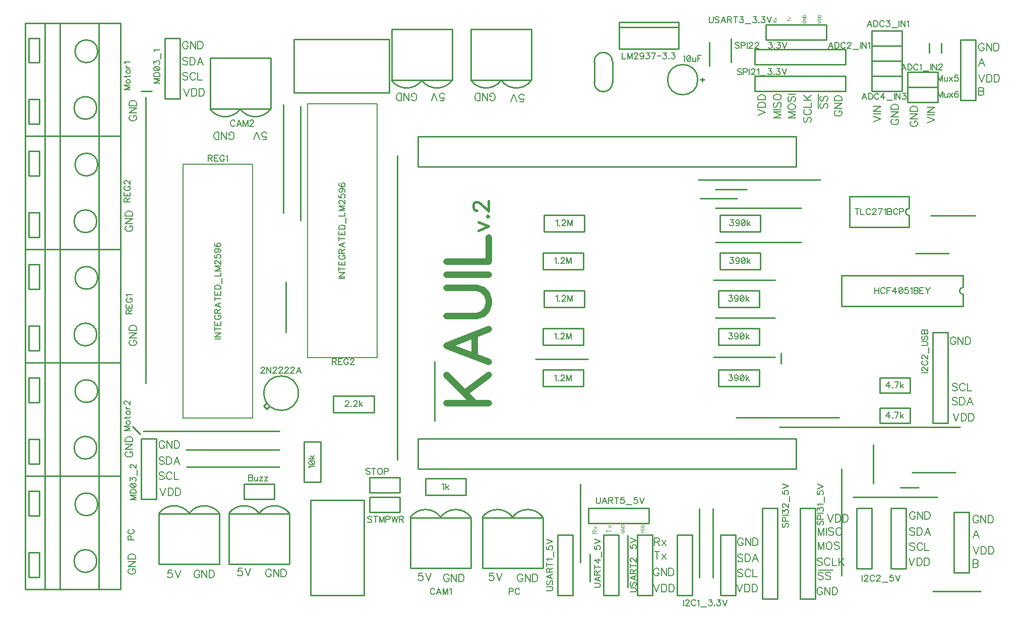
<source format=gbr>
G04 DipTrace 2.3.1.0*
%INTopSilk.gbr*%
%MOIN*%
%ADD10C,0.0098*%
%ADD12C,0.003*%
%ADD39C,0.005*%
%ADD47C,0.0433*%
%ADD76C,0.0062*%
%ADD77C,0.0154*%
%ADD78C,0.0077*%
%ADD79C,0.0046*%
%FSLAX44Y44*%
G04*
G70*
G90*
G75*
G01*
%LNTopSilk*%
%LPD*%
X67512Y5057D2*
D10*
X64321D1*
X28927Y33896D2*
Y13768D1*
X60416Y14774D2*
Y12212D1*
X64916Y41340D2*
Y40711D1*
X64103Y41340D2*
Y40711D1*
X41679Y5708D2*
Y7524D1*
X22541Y37152D2*
Y29587D1*
X21416Y37277D2*
Y30087D1*
X62959Y12928D2*
X65824D1*
X31412Y16334D2*
Y20275D1*
X53899Y23178D2*
X49959D1*
X55649Y30428D2*
X49959D1*
X55649Y28178D2*
X49959D1*
X49834Y25678D2*
X53899D1*
X54304Y20833D2*
Y20149D1*
X53899Y20553D2*
X49834D1*
X63217Y27428D2*
X65399D1*
X11946Y15455D2*
X11437Y15965D1*
X12127Y15678D2*
X21149D1*
X12006Y38178D2*
X12709D1*
X12304Y37774D2*
Y18833D1*
X64209Y29928D2*
X67149D1*
X64637Y11307D2*
X59071D1*
X44166Y5346D2*
Y8777D1*
X49791Y10527D2*
Y5958D1*
X48916Y10527D2*
Y5958D1*
X48834Y32303D2*
X56899D1*
X41041Y12152D2*
Y6958D1*
X58291Y6087D2*
Y13152D1*
X49554Y41399D2*
Y39833D1*
X50992Y41649D2*
Y40083D1*
X58149Y16572D2*
X51352D1*
X54209Y15928D2*
X66149D1*
X21149Y14428D2*
X14959D1*
X48959Y31053D2*
X51399D1*
X49959Y31678D2*
X52024D1*
X62209Y11928D2*
X63399D1*
X15002Y13303D2*
X21149D1*
X38084Y20428D2*
X41524D1*
X21554Y25524D2*
Y22208D1*
X49103Y39047D2*
Y38810D1*
X49221Y38928D2*
X48985D1*
X46804D2*
G02X46804Y38928I1000J0D01*
G01*
X41954Y40128D2*
Y38729D1*
X43154Y40128D2*
Y38729D1*
X41954D2*
G03X43154Y38729I600J-1D01*
G01*
Y40128D2*
G03X41954Y40128I-600J1D01*
G01*
X34554Y9950D2*
X38554D1*
Y6603D1*
X34554D1*
Y9950D1*
Y9979D2*
G02X36554Y9979I1000J-750D01*
G01*
G02X38554Y9979I1000J-750D01*
G01*
X10630Y27689D2*
X4331D1*
Y20193D1*
X10630D1*
Y27689D1*
X9192D2*
Y20189D1*
X6630Y27689D2*
Y20173D1*
X5630Y27689D2*
Y20173D1*
X7630Y25814D2*
G02X7630Y25814I750J0D01*
G01*
X7567Y22064D2*
G02X7567Y22064I750J0D01*
G01*
X5255Y26690D2*
X4568D1*
Y25065D1*
X5255D1*
Y26690D1*
Y22627D2*
X4568D1*
Y21002D1*
X5255D1*
Y22627D1*
X10630Y35186D2*
X4331D1*
Y27689D1*
X10630D1*
Y35186D1*
X9192D2*
Y27686D1*
X6630Y35186D2*
Y27669D1*
X5630Y35186D2*
Y27669D1*
X7630Y33311D2*
G02X7630Y33311I750J0D01*
G01*
X7567Y29561D2*
G02X7567Y29561I750J0D01*
G01*
X5255Y34186D2*
X4568D1*
Y32561D1*
X5255D1*
Y34186D1*
Y30123D2*
X4568D1*
Y28498D1*
X5255D1*
Y30123D1*
X10630Y42682D2*
X4331D1*
Y35186D1*
X10630D1*
Y42682D1*
X9192D2*
Y35182D1*
X6630Y42682D2*
Y35165D1*
X5630Y42682D2*
Y35165D1*
X7630Y40807D2*
G02X7630Y40807I750J0D01*
G01*
X7567Y37057D2*
G02X7567Y37057I750J0D01*
G01*
X5255Y41682D2*
X4568D1*
Y40057D1*
X5255D1*
Y41682D1*
Y37620D2*
X4568D1*
Y35995D1*
X5255D1*
Y37620D1*
X10630Y20193D2*
X4331D1*
Y12697D1*
X10630D1*
Y20193D1*
X9192D2*
Y12693D1*
X6630Y20193D2*
Y12676D1*
X5630Y20193D2*
Y12676D1*
X7630Y18318D2*
G02X7630Y18318I750J0D01*
G01*
X7567Y14568D2*
G02X7567Y14568I750J0D01*
G01*
X5255Y19193D2*
X4568D1*
Y17568D1*
X5255D1*
Y19193D1*
Y15131D2*
X4568D1*
Y13505D1*
X5255D1*
Y15131D1*
X10630Y12697D2*
X4331D1*
Y5200D1*
X10630D1*
Y12697D1*
X9192D2*
Y5197D1*
X6630Y12697D2*
Y5180D1*
X5630Y12697D2*
Y5180D1*
X7630Y10822D2*
G02X7630Y10822I750J0D01*
G01*
X7567Y7072D2*
G02X7567Y7072I750J0D01*
G01*
X5255Y11697D2*
X4568D1*
Y10072D1*
X5255D1*
Y11697D1*
Y7634D2*
X4568D1*
Y6009D1*
X5255D1*
Y7634D1*
X29804Y9950D2*
X33804D1*
Y6603D1*
X29804D1*
Y9950D1*
Y9979D2*
G02X31804Y9979I1000J-750D01*
G01*
G02X33804Y9979I1000J-750D01*
G01*
X17804Y10200D2*
X21804D1*
Y6853D1*
X17804D1*
Y10200D1*
Y10229D2*
G02X19804Y10229I1000J-750D01*
G01*
G02X21804Y10229I1000J-750D01*
G01*
X13179Y10200D2*
X17179D1*
Y6853D1*
X13179D1*
Y10200D1*
Y10229D2*
G02X15179Y10229I1000J-750D01*
G01*
G02X17179Y10229I1000J-750D01*
G01*
X20554Y37007D2*
X16554D1*
Y40353D1*
X20554D1*
Y37007D1*
Y36978D2*
G02X18554Y36978I-1000J750D01*
G01*
G02X16554Y36978I-1000J750D01*
G01*
X37804Y38907D2*
X33804D1*
Y42253D1*
X37804D1*
Y38907D1*
Y38878D2*
G02X35804Y38878I-1000J750D01*
G01*
G02X33804Y38878I-1000J750D01*
G01*
X32554Y38907D2*
X28554D1*
Y42253D1*
X32554D1*
Y38907D1*
Y38878D2*
G02X30554Y38878I-1000J750D01*
G01*
G02X28554Y38878I-1000J750D01*
G01*
X65331Y16197D2*
Y22197D1*
X64331Y16197D2*
Y22197D1*
X65331Y16197D2*
X64331D1*
X65331Y22197D2*
X64331D1*
X12992Y15178D2*
X11992D1*
X12992Y11178D2*
Y15178D1*
X11992Y11178D2*
Y15178D1*
X12992Y11178D2*
X11992D1*
X14554Y41678D2*
X13554D1*
X14554Y37678D2*
Y41678D1*
X13554Y37678D2*
Y41678D1*
X14554Y37678D2*
X13554D1*
X26742Y11116D2*
X23198D1*
Y4817D1*
X26742D1*
Y11116D1*
X22117Y41616D2*
X28416D1*
Y38073D1*
X22117D1*
Y41616D1*
X20804Y11178D2*
Y12178D1*
X18804Y11178D2*
X20804D1*
X18804D2*
Y12178D1*
X20804D1*
X20489Y17331D2*
X20292Y17134D1*
Y17527D2*
X20095Y17331D1*
X20292Y17134D1*
X20119Y18179D2*
G02X20119Y18179I1140J0D01*
G01*
X38630Y24980D2*
X41304D1*
X38630Y23877D2*
X41304D1*
X38630D2*
Y24980D1*
X41304Y23877D2*
Y24980D1*
X52854Y23877D2*
X50180D1*
X52854Y24980D2*
X50180D1*
X52854D2*
Y23877D1*
X50180Y24980D2*
Y23877D1*
X41229Y26377D2*
X38555D1*
X41229Y27480D2*
X38555D1*
X41229D2*
Y26377D1*
X38555Y27480D2*
Y26377D1*
X50255Y27480D2*
X52929D1*
X50255Y26377D2*
X52929D1*
X50255D2*
Y27480D1*
X52929Y26377D2*
Y27480D1*
X38630Y29980D2*
X41304D1*
X38630Y28877D2*
X41304D1*
X38630D2*
Y29980D1*
X41304Y28877D2*
Y29980D1*
X52929Y28877D2*
X50255D1*
X52929Y29980D2*
X50255D1*
X52929D2*
Y28877D1*
X50255Y29980D2*
Y28877D1*
X41229Y21377D2*
X38555D1*
X41229Y22480D2*
X38555D1*
X41229D2*
Y21377D1*
X38555Y22480D2*
Y21377D1*
X50180Y22480D2*
X52854D1*
X50180Y21377D2*
X52854D1*
X50180D2*
Y22480D1*
X52854Y21377D2*
Y22480D1*
X23855Y14978D2*
Y12304D1*
X22753Y14978D2*
Y12304D1*
Y14978D2*
X23855D1*
X22753Y12304D2*
X23855D1*
X24717Y18017D2*
X27391D1*
X24717Y16915D2*
X27391D1*
X24717D2*
Y18017D1*
X27391Y16915D2*
Y18017D1*
X41229Y18627D2*
X38555D1*
X41229Y19730D2*
X38555D1*
X41229D2*
Y18627D1*
X38555Y19730D2*
Y18627D1*
X50180Y19730D2*
X52854D1*
X50180Y18627D2*
X52854D1*
X50180D2*
Y19730D1*
X52854Y18627D2*
Y19730D1*
X62829Y18197D2*
X60833D1*
Y19197D2*
Y18197D1*
X62829Y19197D2*
X60833D1*
X62829D2*
Y18197D1*
Y16197D2*
X60833D1*
Y17197D2*
Y16197D1*
X62829Y17197D2*
X60833D1*
X62829D2*
Y16197D1*
X33462Y11440D2*
X30788D1*
X33462Y12542D2*
X30788D1*
X33462D2*
Y11440D1*
X30788Y12542D2*
Y11440D1*
X27100Y12616D2*
Y11616D1*
X29100Y12616D2*
X27100D1*
X29100D2*
Y11616D1*
X27100D1*
X62772Y29155D2*
X58835D1*
Y31202D2*
Y29155D1*
X62772Y31202D2*
X58835D1*
X62772D2*
Y30415D1*
Y29155D2*
Y29942D1*
Y30415D2*
G03X62772Y29942I0J-236D01*
G01*
X64666Y38432D2*
Y39432D1*
X62666Y38432D2*
X64666D1*
X62666D2*
Y39432D1*
X64666D1*
X55304Y35178D2*
X30304D1*
X55304Y33178D2*
X30304D1*
X55304Y35178D2*
Y33178D1*
X30304Y35178D2*
Y33178D1*
X55304Y15178D2*
X30304D1*
X55304Y13178D2*
X30304D1*
X55304Y15178D2*
Y13178D1*
X30304Y15178D2*
Y13178D1*
X66346Y23927D2*
X58315D1*
Y25974D2*
Y23927D1*
X66346Y25974D2*
X58315D1*
X66346D2*
Y25187D1*
Y23927D2*
Y24715D1*
Y25187D2*
G03X66346Y24715I0J-236D01*
G01*
X64666Y37432D2*
Y38432D1*
X62666Y37432D2*
X64666D1*
X62666D2*
Y38432D1*
X64666D1*
X62554Y10553D2*
X61554D1*
X62554Y6553D2*
Y10553D1*
X61554Y6553D2*
Y10553D1*
X62554Y6553D2*
X61554D1*
X60304Y10554D2*
X59304D1*
X60304Y6554D2*
Y10554D1*
X59304Y6554D2*
Y10554D1*
X60304Y6554D2*
X59304D1*
X48429Y8804D2*
X47429D1*
X48429Y4804D2*
Y8804D1*
X47429Y4804D2*
Y8804D1*
X48429Y4804D2*
X47429D1*
X51304Y8803D2*
X50304D1*
X51304Y4803D2*
Y8803D1*
X50304Y4803D2*
Y8803D1*
X51304Y4803D2*
X50304D1*
X55554Y10553D2*
Y4553D1*
X56554Y10553D2*
Y4553D1*
X55554Y10553D2*
X56554D1*
X55554Y4553D2*
X56554D1*
X53054Y10553D2*
Y4553D1*
X54054Y10553D2*
Y4553D1*
X53054Y10553D2*
X54054D1*
X53054Y4553D2*
X54054D1*
X52554Y38178D2*
X58554D1*
X52554Y39178D2*
X58554D1*
X52554Y38178D2*
Y39178D1*
X58554Y38178D2*
Y39178D1*
X52554Y39928D2*
X58554D1*
X52554Y40928D2*
X58554D1*
X52554Y39928D2*
Y40928D1*
X58554Y39928D2*
Y40928D1*
X62304Y39178D2*
Y40178D1*
X60304Y39178D2*
X62304D1*
X60304D2*
Y40178D1*
X62304D1*
Y41178D1*
X60304Y40178D2*
X62304D1*
X60304D2*
Y41178D1*
X62304D1*
Y42178D1*
X60304Y41178D2*
X62304D1*
X60304D2*
Y42178D1*
X62304D1*
Y38178D2*
Y39178D1*
X60304Y38178D2*
X62304D1*
X60304D2*
Y39178D1*
X62304D1*
X66166Y37557D2*
X67166D1*
X66166Y41557D2*
Y37557D1*
X67166Y41557D2*
Y37557D1*
X66166Y41557D2*
X67166D1*
X65729Y6303D2*
X66729D1*
X65729Y10303D2*
Y6303D1*
X66729Y10303D2*
Y6303D1*
X65729Y10303D2*
X66729D1*
X43586Y42741D2*
X47523D1*
Y40970D1*
X43586D1*
Y42741D1*
Y42387D2*
X47523D1*
X40541Y8807D2*
X39541D1*
X40541Y4807D2*
Y8807D1*
X39541Y4807D2*
Y8807D1*
X40541Y4807D2*
X39541D1*
X45804Y8803D2*
X44804D1*
X45804Y4803D2*
Y8803D1*
X44804Y4803D2*
Y8803D1*
X45804Y4803D2*
X44804D1*
X43554Y8804D2*
X42554D1*
X43554Y4804D2*
Y8804D1*
X42554Y4804D2*
Y8804D1*
X43554Y4804D2*
X42554D1*
X41554Y10553D2*
Y9553D1*
X45554Y10553D2*
X41554D1*
X45554Y9553D2*
X41554D1*
X45554Y10553D2*
Y9553D1*
X53304Y42553D2*
Y41553D1*
X57304Y42553D2*
X53304D1*
X57304Y41553D2*
X53304D1*
X57304Y42553D2*
Y41553D1*
X29099Y10304D2*
Y11304D1*
X27099Y10304D2*
X29099D1*
X27099D2*
Y11304D1*
X29099D1*
X23004Y20528D2*
D39*
X27604D1*
Y37328D1*
X23004D1*
Y20528D1*
X19381Y33347D2*
X14781D1*
Y16547D1*
X19381D1*
Y33347D1*
X47853Y40452D2*
D76*
X47892Y40471D1*
X47949Y40528D1*
Y40127D1*
X48188Y40528D2*
X48130Y40509D1*
X48092Y40452D1*
X48073Y40356D1*
Y40299D1*
X48092Y40203D1*
X48130Y40146D1*
X48188Y40127D1*
X48226D1*
X48283Y40146D1*
X48321Y40203D1*
X48341Y40299D1*
Y40356D1*
X48321Y40452D1*
X48283Y40509D1*
X48226Y40528D1*
X48188D1*
X48321Y40452D2*
X48092Y40203D1*
X48464Y40395D2*
Y40203D1*
X48483Y40146D1*
X48522Y40127D1*
X48579D1*
X48617Y40146D1*
X48675Y40203D1*
Y40395D2*
Y40127D1*
X49047Y40529D2*
X48798D1*
Y40127D1*
Y40337D2*
X48951D1*
X36340Y5055D2*
X36512D1*
X36569Y5074D1*
X36589Y5094D1*
X36608Y5132D1*
Y5189D1*
X36589Y5227D1*
X36569Y5247D1*
X36512Y5266D1*
X36340D1*
Y4864D1*
X37018Y5170D2*
X36999Y5208D1*
X36961Y5247D1*
X36923Y5266D1*
X36846D1*
X36808Y5247D1*
X36770Y5208D1*
X36750Y5170D1*
X36731Y5113D1*
Y5017D1*
X36750Y4960D1*
X36770Y4921D1*
X36808Y4883D1*
X36846Y4864D1*
X36923D1*
X36961Y4883D1*
X36999Y4921D1*
X37018Y4960D1*
X11197Y23421D2*
Y23593D1*
X11177Y23651D1*
X11158Y23670D1*
X11120Y23689D1*
X11082D1*
X11044Y23670D1*
X11024Y23651D1*
X11005Y23593D1*
Y23421D1*
X11407D1*
X11197Y23555D2*
X11407Y23689D1*
X11005Y24061D2*
Y23813D1*
X11407D1*
Y24061D1*
X11197Y23813D2*
Y23966D1*
X11101Y24472D2*
X11063Y24453D1*
X11024Y24414D1*
X11005Y24376D1*
Y24300D1*
X11024Y24261D1*
X11063Y24223D1*
X11101Y24204D1*
X11158Y24185D1*
X11254D1*
X11311Y24204D1*
X11350Y24223D1*
X11388Y24261D1*
X11407Y24300D1*
Y24376D1*
X11388Y24414D1*
X11350Y24453D1*
X11311Y24472D1*
X11254D1*
Y24376D1*
X11082Y24595D2*
X11063Y24634D1*
X11006Y24691D1*
X11407D1*
X11072Y30831D2*
Y31003D1*
X11052Y31061D1*
X11033Y31080D1*
X10995Y31099D1*
X10957D1*
X10919Y31080D1*
X10899Y31061D1*
X10880Y31003D1*
Y30831D1*
X11282D1*
X11072Y30965D2*
X11282Y31099D1*
X10880Y31471D2*
Y31223D1*
X11282D1*
Y31471D1*
X11072Y31223D2*
Y31376D1*
X10976Y31882D2*
X10938Y31863D1*
X10899Y31824D1*
X10880Y31786D1*
Y31710D1*
X10899Y31671D1*
X10938Y31633D1*
X10976Y31614D1*
X11033Y31595D1*
X11129D1*
X11186Y31614D1*
X11225Y31633D1*
X11263Y31671D1*
X11282Y31710D1*
Y31786D1*
X11263Y31824D1*
X11225Y31863D1*
X11186Y31882D1*
X11129D1*
Y31786D1*
X10976Y32025D2*
X10957D1*
X10919Y32044D1*
X10900Y32063D1*
X10881Y32101D1*
Y32178D1*
X10900Y32216D1*
X10919Y32235D1*
X10957Y32254D1*
X10995D1*
X11034Y32235D1*
X11091Y32197D1*
X11282Y32005D1*
Y32273D1*
Y38568D2*
X10880D1*
X11282Y38415D1*
X10880Y38262D1*
X11282D1*
X11014Y38787D2*
X11033Y38749D1*
X11072Y38710D1*
X11129Y38691D1*
X11167D1*
X11225Y38710D1*
X11263Y38749D1*
X11282Y38787D1*
Y38844D1*
X11263Y38883D1*
X11225Y38921D1*
X11167Y38940D1*
X11129D1*
X11072Y38921D1*
X11033Y38883D1*
X11014Y38844D1*
Y38787D1*
X10880Y39121D2*
X11206D1*
X11263Y39140D1*
X11282Y39179D1*
Y39217D1*
X11014Y39064D2*
Y39198D1*
Y39436D2*
X11033Y39398D1*
X11072Y39359D1*
X11129Y39340D1*
X11167D1*
X11225Y39359D1*
X11263Y39398D1*
X11282Y39436D1*
Y39493D1*
X11263Y39532D1*
X11225Y39570D1*
X11167Y39589D1*
X11129D1*
X11072Y39570D1*
X11033Y39532D1*
X11014Y39493D1*
Y39436D1*
Y39713D2*
X11282D1*
X11129D2*
X11072Y39732D1*
X11033Y39770D1*
X11014Y39809D1*
Y39866D1*
X10957Y39990D2*
X10938Y40028D1*
X10881Y40086D1*
X11282D1*
Y15993D2*
X10880D1*
X11282Y15840D1*
X10880Y15687D1*
X11282D1*
X11014Y16212D2*
X11033Y16174D1*
X11072Y16135D1*
X11129Y16116D1*
X11167D1*
X11225Y16135D1*
X11263Y16174D1*
X11282Y16212D1*
Y16269D1*
X11263Y16308D1*
X11225Y16346D1*
X11167Y16365D1*
X11129D1*
X11072Y16346D1*
X11033Y16308D1*
X11014Y16269D1*
Y16212D1*
X10880Y16546D2*
X11206D1*
X11263Y16565D1*
X11282Y16604D1*
Y16642D1*
X11014Y16489D2*
Y16623D1*
Y16861D2*
X11033Y16823D1*
X11072Y16784D1*
X11129Y16765D1*
X11167D1*
X11225Y16784D1*
X11263Y16823D1*
X11282Y16861D1*
Y16918D1*
X11263Y16957D1*
X11225Y16995D1*
X11167Y17014D1*
X11129D1*
X11072Y16995D1*
X11033Y16957D1*
X11014Y16918D1*
Y16861D1*
Y17138D2*
X11282D1*
X11129D2*
X11072Y17157D1*
X11033Y17195D1*
X11014Y17234D1*
Y17291D1*
X10976Y17434D2*
X10957D1*
X10919Y17453D1*
X10900Y17472D1*
X10881Y17511D1*
Y17587D1*
X10900Y17625D1*
X10919Y17644D1*
X10957Y17664D1*
X10995D1*
X11034Y17644D1*
X11091Y17606D1*
X11282Y17415D1*
Y17683D1*
X11341Y8474D2*
Y8647D1*
X11322Y8704D1*
X11302Y8723D1*
X11264Y8742D1*
X11207D1*
X11169Y8723D1*
X11149Y8704D1*
X11130Y8647D1*
Y8474D1*
X11532D1*
X11226Y9153D2*
X11188Y9134D1*
X11149Y9095D1*
X11130Y9057D1*
Y8981D1*
X11149Y8942D1*
X11188Y8904D1*
X11226Y8885D1*
X11283Y8866D1*
X11379D1*
X11436Y8885D1*
X11475Y8904D1*
X11513Y8942D1*
X11532Y8981D1*
Y9057D1*
X11513Y9095D1*
X11475Y9134D1*
X11436Y9153D1*
X31408Y5170D2*
X31389Y5208D1*
X31351Y5247D1*
X31313Y5266D1*
X31236D1*
X31198Y5247D1*
X31160Y5208D1*
X31140Y5170D1*
X31121Y5113D1*
Y5017D1*
X31140Y4960D1*
X31160Y4921D1*
X31198Y4883D1*
X31236Y4864D1*
X31313D1*
X31351Y4883D1*
X31389Y4921D1*
X31408Y4960D1*
X31838Y4864D2*
X31685Y5266D1*
X31532Y4864D1*
X31589Y4998D2*
X31781D1*
X32268Y4864D2*
Y5266D1*
X32115Y4864D1*
X31962Y5266D1*
Y4864D1*
X32391Y5189D2*
X32430Y5208D1*
X32487Y5265D1*
Y4864D1*
X18197Y36156D2*
X18178Y36194D1*
X18140Y36233D1*
X18102Y36252D1*
X18025D1*
X17987Y36233D1*
X17949Y36194D1*
X17929Y36156D1*
X17910Y36099D1*
Y36003D1*
X17929Y35946D1*
X17949Y35907D1*
X17987Y35869D1*
X18025Y35850D1*
X18102D1*
X18140Y35869D1*
X18178Y35907D1*
X18197Y35946D1*
X18627Y35850D2*
X18474Y36252D1*
X18321Y35850D1*
X18378Y35984D2*
X18570D1*
X19057Y35850D2*
Y36252D1*
X18904Y35850D1*
X18751Y36252D1*
Y35850D1*
X19200Y36156D2*
Y36175D1*
X19219Y36213D1*
X19238Y36232D1*
X19276Y36251D1*
X19353D1*
X19391Y36232D1*
X19410Y36213D1*
X19429Y36175D1*
Y36137D1*
X19410Y36098D1*
X19372Y36041D1*
X19180Y35850D1*
X19448D1*
X63606Y19519D2*
X64008D1*
X63702Y19662D2*
X63683D1*
X63644Y19681D1*
X63625Y19700D1*
X63606Y19739D1*
Y19815D1*
X63625Y19853D1*
X63644Y19872D1*
X63683Y19892D1*
X63721D1*
X63759Y19872D1*
X63816Y19834D1*
X64008Y19643D1*
Y19911D1*
X63701Y20321D2*
X63663Y20302D1*
X63625Y20264D1*
X63606Y20226D1*
Y20149D1*
X63625Y20111D1*
X63663Y20073D1*
X63701Y20053D1*
X63759Y20034D1*
X63855D1*
X63912Y20053D1*
X63950Y20073D1*
X63988Y20111D1*
X64008Y20149D1*
Y20226D1*
X63988Y20264D1*
X63950Y20302D1*
X63912Y20321D1*
X63702Y20464D2*
X63683D1*
X63644Y20483D1*
X63625Y20502D1*
X63606Y20541D1*
Y20617D1*
X63625Y20655D1*
X63644Y20674D1*
X63683Y20694D1*
X63721D1*
X63759Y20674D1*
X63816Y20636D1*
X64008Y20445D1*
Y20713D1*
X64074Y20836D2*
Y21200D1*
X63606Y21323D2*
X63893D1*
X63950Y21342D1*
X63988Y21381D1*
X64008Y21438D1*
Y21476D1*
X63988Y21534D1*
X63950Y21572D1*
X63893Y21591D1*
X63606D1*
X63663Y21983D2*
X63625Y21945D1*
X63606Y21887D1*
Y21811D1*
X63625Y21753D1*
X63663Y21715D1*
X63701D1*
X63740Y21734D1*
X63759Y21753D1*
X63778Y21791D1*
X63816Y21906D1*
X63835Y21945D1*
X63855Y21964D1*
X63893Y21983D1*
X63950D1*
X63988Y21945D1*
X64008Y21887D1*
Y21811D1*
X63988Y21753D1*
X63950Y21715D1*
X63606Y22106D2*
X64008D1*
Y22279D1*
X63988Y22336D1*
X63969Y22355D1*
X63931Y22374D1*
X63874D1*
X63835Y22355D1*
X63816Y22336D1*
X63797Y22279D1*
X63778Y22336D1*
X63759Y22355D1*
X63721Y22374D1*
X63682D1*
X63644Y22355D1*
X63625Y22336D1*
X63606Y22279D1*
Y22106D1*
X63797D2*
Y22279D1*
X11668Y11430D2*
X11267D1*
X11668Y11277D1*
X11267Y11124D1*
X11668D1*
X11267Y11553D2*
X11668D1*
Y11687D1*
X11649Y11745D1*
X11611Y11783D1*
X11573Y11802D1*
X11515Y11821D1*
X11420D1*
X11362Y11802D1*
X11324Y11783D1*
X11286Y11745D1*
X11267Y11687D1*
Y11553D1*
Y12060D2*
X11286Y12002D1*
X11343Y11964D1*
X11439Y11945D1*
X11496D1*
X11592Y11964D1*
X11649Y12002D1*
X11668Y12060D1*
Y12098D1*
X11649Y12155D1*
X11592Y12193D1*
X11496Y12213D1*
X11439D1*
X11343Y12193D1*
X11286Y12155D1*
X11267Y12098D1*
Y12060D1*
X11343Y12193D2*
X11592Y11964D1*
X11267Y12375D2*
Y12585D1*
X11420Y12470D1*
Y12528D1*
X11439Y12566D1*
X11458Y12585D1*
X11515Y12604D1*
X11554D1*
X11611Y12585D1*
X11649Y12547D1*
X11668Y12489D1*
Y12432D1*
X11649Y12375D1*
X11630Y12356D1*
X11592Y12336D1*
X11735Y12728D2*
Y13091D1*
X11362Y13234D2*
X11343D1*
X11305Y13253D1*
X11286Y13272D1*
X11267Y13311D1*
Y13387D1*
X11286Y13425D1*
X11305Y13444D1*
X11343Y13464D1*
X11382D1*
X11420Y13444D1*
X11477Y13406D1*
X11668Y13215D1*
Y13483D1*
X13231Y39016D2*
X12829D1*
X13231Y38863D1*
X12829Y38710D1*
X13231D1*
X12829Y39140D2*
X13231D1*
Y39274D1*
X13212Y39331D1*
X13174Y39369D1*
X13135Y39388D1*
X13078Y39407D1*
X12982D1*
X12925Y39388D1*
X12887Y39369D1*
X12848Y39331D1*
X12829Y39274D1*
Y39140D1*
X12830Y39646D2*
X12849Y39588D1*
X12906Y39550D1*
X13002Y39531D1*
X13059D1*
X13154Y39550D1*
X13212Y39588D1*
X13231Y39646D1*
Y39684D1*
X13212Y39741D1*
X13154Y39779D1*
X13059Y39799D1*
X13002D1*
X12906Y39779D1*
X12849Y39741D1*
X12830Y39684D1*
Y39646D1*
X12906Y39779D2*
X13154Y39550D1*
X12830Y39961D2*
Y40171D1*
X12982Y40056D1*
Y40114D1*
X13002Y40152D1*
X13021Y40171D1*
X13078Y40190D1*
X13116D1*
X13174Y40171D1*
X13212Y40133D1*
X13231Y40075D1*
Y40018D1*
X13212Y39961D1*
X13193Y39942D1*
X13154Y39922D1*
X13297Y40314D2*
Y40677D1*
X12906Y40801D2*
X12887Y40839D1*
X12830Y40897D1*
X13231D1*
X19107Y12779D2*
Y12377D1*
X19279D1*
X19337Y12396D1*
X19356Y12415D1*
X19375Y12453D1*
Y12511D1*
X19356Y12549D1*
X19337Y12568D1*
X19279Y12587D1*
X19337Y12607D1*
X19356Y12626D1*
X19375Y12664D1*
Y12702D1*
X19356Y12740D1*
X19337Y12760D1*
X19279Y12779D1*
X19107D1*
Y12587D2*
X19279D1*
X19498Y12645D2*
Y12453D1*
X19517Y12396D1*
X19556Y12377D1*
X19613D1*
X19651Y12396D1*
X19709Y12453D1*
Y12645D2*
Y12377D1*
X19832Y12645D2*
X20043D1*
X19832Y12377D1*
X20043D1*
X20166Y12645D2*
X20377D1*
X20166Y12377D1*
X20377D1*
X19938Y19808D2*
Y19827D1*
X19957Y19866D1*
X19976Y19885D1*
X20015Y19904D1*
X20091D1*
X20129Y19885D1*
X20148Y19866D1*
X20168Y19827D1*
Y19789D1*
X20148Y19751D1*
X20110Y19694D1*
X19919Y19502D1*
X20187D1*
X20578Y19904D2*
Y19502D1*
X20310Y19904D1*
Y19502D1*
X20721Y19808D2*
Y19827D1*
X20740Y19866D1*
X20759Y19885D1*
X20798Y19904D1*
X20874D1*
X20912Y19885D1*
X20931Y19866D1*
X20951Y19827D1*
Y19789D1*
X20931Y19751D1*
X20893Y19694D1*
X20702Y19502D1*
X20970D1*
X21113Y19808D2*
Y19827D1*
X21132Y19866D1*
X21151Y19885D1*
X21189Y19904D1*
X21266D1*
X21304Y19885D1*
X21323Y19866D1*
X21342Y19827D1*
Y19789D1*
X21323Y19751D1*
X21285Y19694D1*
X21093Y19502D1*
X21361D1*
X21504Y19808D2*
Y19827D1*
X21523Y19866D1*
X21542Y19885D1*
X21581Y19904D1*
X21657D1*
X21695Y19885D1*
X21714Y19866D1*
X21734Y19827D1*
Y19789D1*
X21714Y19751D1*
X21676Y19694D1*
X21485Y19502D1*
X21753D1*
X21896Y19808D2*
Y19827D1*
X21915Y19866D1*
X21934Y19885D1*
X21972Y19904D1*
X22049D1*
X22087Y19885D1*
X22106Y19866D1*
X22125Y19827D1*
Y19789D1*
X22106Y19751D1*
X22068Y19694D1*
X21876Y19502D1*
X22144D1*
X22574D2*
X22421Y19904D1*
X22268Y19502D1*
X22325Y19636D2*
X22517D1*
X39427Y24577D2*
X39466Y24596D1*
X39523Y24653D1*
Y24252D1*
X39666Y24290D2*
X39647Y24271D1*
X39666Y24252D1*
X39685Y24271D1*
X39666Y24290D1*
X39828Y24558D2*
Y24577D1*
X39847Y24615D1*
X39866Y24634D1*
X39904Y24653D1*
X39981D1*
X40019Y24634D1*
X40038Y24615D1*
X40057Y24577D1*
Y24539D1*
X40038Y24500D1*
X40000Y24443D1*
X39809Y24252D1*
X40076D1*
X40506D2*
Y24653D1*
X40353Y24252D1*
X40200Y24653D1*
Y24252D1*
X50872Y24653D2*
X51082D1*
X50968Y24500D1*
X51025D1*
X51063Y24481D1*
X51082Y24462D1*
X51102Y24405D1*
Y24367D1*
X51082Y24309D1*
X51044Y24271D1*
X50987Y24252D1*
X50929D1*
X50872Y24271D1*
X50853Y24290D1*
X50834Y24328D1*
X51474Y24520D2*
X51455Y24462D1*
X51417Y24424D1*
X51359Y24405D1*
X51340D1*
X51283Y24424D1*
X51245Y24462D1*
X51225Y24520D1*
Y24539D1*
X51245Y24596D1*
X51283Y24634D1*
X51340Y24653D1*
X51359D1*
X51417Y24634D1*
X51455Y24596D1*
X51474Y24520D1*
Y24424D1*
X51455Y24328D1*
X51417Y24271D1*
X51359Y24252D1*
X51321D1*
X51264Y24271D1*
X51245Y24309D1*
X51713Y24653D2*
X51655Y24634D1*
X51617Y24577D1*
X51598Y24481D1*
Y24424D1*
X51617Y24328D1*
X51655Y24271D1*
X51713Y24252D1*
X51751D1*
X51808Y24271D1*
X51846Y24328D1*
X51866Y24424D1*
Y24481D1*
X51846Y24577D1*
X51808Y24634D1*
X51751Y24653D1*
X51713D1*
X51846Y24577D2*
X51617Y24328D1*
X51989Y24653D2*
Y24252D1*
X52181Y24520D2*
X51989Y24328D1*
X52066Y24405D2*
X52200Y24252D1*
X39352Y27077D2*
X39391Y27096D1*
X39448Y27153D1*
Y26752D1*
X39591Y26790D2*
X39572Y26771D1*
X39591Y26752D1*
X39610Y26771D1*
X39591Y26790D1*
X39753Y27058D2*
Y27077D1*
X39772Y27115D1*
X39791Y27134D1*
X39830Y27153D1*
X39906D1*
X39944Y27134D1*
X39963Y27115D1*
X39983Y27077D1*
Y27039D1*
X39963Y27000D1*
X39925Y26943D1*
X39734Y26752D1*
X40002D1*
X40431D2*
Y27153D1*
X40278Y26752D1*
X40125Y27153D1*
Y26752D1*
X50947Y27153D2*
X51157D1*
X51043Y27000D1*
X51100D1*
X51138Y26981D1*
X51157Y26962D1*
X51177Y26905D1*
Y26867D1*
X51157Y26809D1*
X51119Y26771D1*
X51062Y26752D1*
X51004D1*
X50947Y26771D1*
X50928Y26790D1*
X50909Y26828D1*
X51549Y27020D2*
X51530Y26962D1*
X51492Y26924D1*
X51434Y26905D1*
X51415D1*
X51358Y26924D1*
X51320Y26962D1*
X51300Y27020D1*
Y27039D1*
X51320Y27096D1*
X51358Y27134D1*
X51415Y27153D1*
X51434D1*
X51492Y27134D1*
X51530Y27096D1*
X51549Y27020D1*
Y26924D1*
X51530Y26828D1*
X51492Y26771D1*
X51434Y26752D1*
X51396D1*
X51339Y26771D1*
X51320Y26809D1*
X51787Y27153D2*
X51730Y27134D1*
X51692Y27077D1*
X51673Y26981D1*
Y26924D1*
X51692Y26828D1*
X51730Y26771D1*
X51787Y26752D1*
X51825D1*
X51883Y26771D1*
X51921Y26828D1*
X51940Y26924D1*
Y26981D1*
X51921Y27077D1*
X51883Y27134D1*
X51825Y27153D1*
X51787D1*
X51921Y27077D2*
X51692Y26828D1*
X52064Y27153D2*
Y26752D1*
X52255Y27020D2*
X52064Y26828D1*
X52140Y26905D2*
X52274Y26752D1*
X39427Y29577D2*
X39466Y29596D1*
X39523Y29653D1*
Y29252D1*
X39666Y29290D2*
X39647Y29271D1*
X39666Y29252D1*
X39685Y29271D1*
X39666Y29290D1*
X39828Y29558D2*
Y29577D1*
X39847Y29615D1*
X39866Y29634D1*
X39904Y29653D1*
X39981D1*
X40019Y29634D1*
X40038Y29615D1*
X40057Y29577D1*
Y29539D1*
X40038Y29500D1*
X40000Y29443D1*
X39809Y29252D1*
X40076D1*
X40506D2*
Y29653D1*
X40353Y29252D1*
X40200Y29653D1*
Y29252D1*
X50947Y29653D2*
X51157D1*
X51043Y29500D1*
X51100D1*
X51138Y29481D1*
X51157Y29462D1*
X51177Y29405D1*
Y29367D1*
X51157Y29309D1*
X51119Y29271D1*
X51062Y29252D1*
X51004D1*
X50947Y29271D1*
X50928Y29290D1*
X50909Y29328D1*
X51549Y29520D2*
X51530Y29462D1*
X51492Y29424D1*
X51434Y29405D1*
X51415D1*
X51358Y29424D1*
X51320Y29462D1*
X51300Y29520D1*
Y29539D1*
X51320Y29596D1*
X51358Y29634D1*
X51415Y29653D1*
X51434D1*
X51492Y29634D1*
X51530Y29596D1*
X51549Y29520D1*
Y29424D1*
X51530Y29328D1*
X51492Y29271D1*
X51434Y29252D1*
X51396D1*
X51339Y29271D1*
X51320Y29309D1*
X51787Y29653D2*
X51730Y29634D1*
X51692Y29577D1*
X51673Y29481D1*
Y29424D1*
X51692Y29328D1*
X51730Y29271D1*
X51787Y29252D1*
X51825D1*
X51883Y29271D1*
X51921Y29328D1*
X51940Y29424D1*
Y29481D1*
X51921Y29577D1*
X51883Y29634D1*
X51825Y29653D1*
X51787D1*
X51921Y29577D2*
X51692Y29328D1*
X52064Y29653D2*
Y29252D1*
X52255Y29520D2*
X52064Y29328D1*
X52140Y29405D2*
X52274Y29252D1*
X39352Y22077D2*
X39391Y22096D1*
X39448Y22153D1*
Y21752D1*
X39591Y21790D2*
X39572Y21771D1*
X39591Y21752D1*
X39610Y21771D1*
X39591Y21790D1*
X39753Y22058D2*
Y22077D1*
X39772Y22115D1*
X39791Y22134D1*
X39830Y22153D1*
X39906D1*
X39944Y22134D1*
X39963Y22115D1*
X39983Y22077D1*
Y22039D1*
X39963Y22000D1*
X39925Y21943D1*
X39734Y21752D1*
X40002D1*
X40431D2*
Y22153D1*
X40278Y21752D1*
X40125Y22153D1*
Y21752D1*
X50872Y22153D2*
X51082D1*
X50968Y22000D1*
X51025D1*
X51063Y21981D1*
X51082Y21962D1*
X51102Y21905D1*
Y21867D1*
X51082Y21809D1*
X51044Y21771D1*
X50987Y21752D1*
X50929D1*
X50872Y21771D1*
X50853Y21790D1*
X50834Y21828D1*
X51474Y22020D2*
X51455Y21962D1*
X51417Y21924D1*
X51359Y21905D1*
X51340D1*
X51283Y21924D1*
X51245Y21962D1*
X51225Y22020D1*
Y22039D1*
X51245Y22096D1*
X51283Y22134D1*
X51340Y22153D1*
X51359D1*
X51417Y22134D1*
X51455Y22096D1*
X51474Y22020D1*
Y21924D1*
X51455Y21828D1*
X51417Y21771D1*
X51359Y21752D1*
X51321D1*
X51264Y21771D1*
X51245Y21809D1*
X51713Y22153D2*
X51655Y22134D1*
X51617Y22077D1*
X51598Y21981D1*
Y21924D1*
X51617Y21828D1*
X51655Y21771D1*
X51713Y21752D1*
X51751D1*
X51808Y21771D1*
X51846Y21828D1*
X51866Y21924D1*
Y21981D1*
X51846Y22077D1*
X51808Y22134D1*
X51751Y22153D1*
X51713D1*
X51846Y22077D2*
X51617Y21828D1*
X51989Y22153D2*
Y21752D1*
X52181Y22020D2*
X51989Y21828D1*
X52066Y21905D2*
X52200Y21752D1*
X23156Y13230D2*
X23137Y13269D1*
X23080Y13326D1*
X23481D1*
X23080Y13565D2*
X23099Y13507D1*
X23156Y13469D1*
X23252Y13450D1*
X23309D1*
X23404Y13469D1*
X23462Y13507D1*
X23481Y13565D1*
Y13603D1*
X23462Y13660D1*
X23404Y13698D1*
X23309Y13718D1*
X23252D1*
X23156Y13698D1*
X23099Y13660D1*
X23080Y13603D1*
Y13565D1*
X23156Y13698D2*
X23404Y13469D1*
X23079Y13841D2*
X23481D1*
X23213Y14033D2*
X23404Y13841D1*
X23328Y13918D2*
X23481Y14052D1*
X25496Y17595D2*
Y17614D1*
X25515Y17652D1*
X25534Y17671D1*
X25572Y17690D1*
X25649D1*
X25687Y17671D1*
X25706Y17652D1*
X25725Y17614D1*
Y17576D1*
X25706Y17537D1*
X25668Y17480D1*
X25476Y17289D1*
X25744D1*
X25887Y17327D2*
X25868Y17308D1*
X25887Y17289D1*
X25906Y17308D1*
X25887Y17327D1*
X26049Y17595D2*
Y17614D1*
X26068Y17652D1*
X26087Y17671D1*
X26126Y17690D1*
X26202D1*
X26240Y17671D1*
X26259Y17652D1*
X26279Y17614D1*
Y17576D1*
X26259Y17537D1*
X26221Y17480D1*
X26030Y17289D1*
X26298D1*
X26421Y17691D2*
Y17289D1*
X26613Y17557D2*
X26421Y17365D1*
X26498Y17442D2*
X26632Y17289D1*
X39352Y19327D2*
X39391Y19346D1*
X39448Y19403D1*
Y19002D1*
X39591Y19040D2*
X39572Y19021D1*
X39591Y19002D1*
X39610Y19021D1*
X39591Y19040D1*
X39753Y19308D2*
Y19327D1*
X39772Y19365D1*
X39791Y19384D1*
X39830Y19403D1*
X39906D1*
X39944Y19384D1*
X39963Y19365D1*
X39983Y19327D1*
Y19289D1*
X39963Y19250D1*
X39925Y19193D1*
X39734Y19002D1*
X40002D1*
X40431D2*
Y19403D1*
X40278Y19002D1*
X40125Y19403D1*
Y19002D1*
X50872Y19403D2*
X51082D1*
X50968Y19250D1*
X51025D1*
X51063Y19231D1*
X51082Y19212D1*
X51102Y19155D1*
Y19117D1*
X51082Y19059D1*
X51044Y19021D1*
X50987Y19002D1*
X50929D1*
X50872Y19021D1*
X50853Y19040D1*
X50834Y19078D1*
X51474Y19270D2*
X51455Y19212D1*
X51417Y19174D1*
X51359Y19155D1*
X51340D1*
X51283Y19174D1*
X51245Y19212D1*
X51225Y19270D1*
Y19289D1*
X51245Y19346D1*
X51283Y19384D1*
X51340Y19403D1*
X51359D1*
X51417Y19384D1*
X51455Y19346D1*
X51474Y19270D1*
Y19174D1*
X51455Y19078D1*
X51417Y19021D1*
X51359Y19002D1*
X51321D1*
X51264Y19021D1*
X51245Y19059D1*
X51713Y19403D2*
X51655Y19384D1*
X51617Y19327D1*
X51598Y19231D1*
Y19174D1*
X51617Y19078D1*
X51655Y19021D1*
X51713Y19002D1*
X51751D1*
X51808Y19021D1*
X51846Y19078D1*
X51866Y19174D1*
Y19231D1*
X51846Y19327D1*
X51808Y19384D1*
X51751Y19403D1*
X51713D1*
X51846Y19327D2*
X51617Y19078D1*
X51989Y19403D2*
Y19002D1*
X52181Y19270D2*
X51989Y19078D1*
X52066Y19155D2*
X52200Y19002D1*
X61435Y18520D2*
Y18921D1*
X61244Y18654D1*
X61530D1*
X61673Y18558D2*
X61654Y18539D1*
X61673Y18520D1*
X61692Y18539D1*
X61673Y18558D1*
X61892Y18520D2*
X62084Y18921D1*
X61816D1*
X62207Y18922D2*
Y18520D1*
X62399Y18788D2*
X62207Y18596D1*
X62284Y18673D2*
X62418Y18520D1*
X61435Y16520D2*
Y16921D1*
X61244Y16654D1*
X61530D1*
X61673Y16558D2*
X61654Y16539D1*
X61673Y16520D1*
X61692Y16539D1*
X61673Y16558D1*
X61892Y16520D2*
X62084Y16921D1*
X61816D1*
X62207Y16922D2*
Y16520D1*
X62399Y16788D2*
X62207Y16596D1*
X62284Y16673D2*
X62418Y16520D1*
X31910Y12139D2*
X31949Y12159D1*
X32006Y12216D1*
Y11814D1*
X32130Y12216D2*
Y11814D1*
X32321Y12082D2*
X32130Y11891D1*
X32206Y11967D2*
X32340Y11814D1*
X27127Y13159D2*
X27089Y13197D1*
X27032Y13216D1*
X26955D1*
X26898Y13197D1*
X26859Y13159D1*
Y13121D1*
X26879Y13082D1*
X26898Y13063D1*
X26936Y13044D1*
X27051Y13006D1*
X27089Y12987D1*
X27108Y12968D1*
X27127Y12930D1*
Y12872D1*
X27089Y12834D1*
X27032Y12815D1*
X26955D1*
X26898Y12834D1*
X26859Y12872D1*
X27385Y13216D2*
Y12815D1*
X27251Y13216D2*
X27519D1*
X27757D2*
X27719Y13197D1*
X27681Y13159D1*
X27661Y13121D1*
X27642Y13063D1*
Y12968D1*
X27661Y12910D1*
X27681Y12872D1*
X27719Y12834D1*
X27757Y12815D1*
X27834D1*
X27872Y12834D1*
X27910Y12872D1*
X27929Y12910D1*
X27948Y12968D1*
Y13063D1*
X27929Y13121D1*
X27910Y13159D1*
X27872Y13197D1*
X27834Y13216D1*
X27757D1*
X28072Y13006D2*
X28244D1*
X28301Y13025D1*
X28321Y13044D1*
X28340Y13082D1*
Y13140D1*
X28321Y13178D1*
X28301Y13197D1*
X28244Y13216D1*
X28072D1*
Y12815D1*
X59324Y30403D2*
Y30001D1*
X59190Y30403D2*
X59458D1*
X59582D2*
Y30001D1*
X59811D1*
X60222Y30308D2*
X60203Y30346D1*
X60164Y30384D1*
X60126Y30403D1*
X60050D1*
X60011Y30384D1*
X59973Y30346D1*
X59954Y30308D1*
X59935Y30250D1*
Y30154D1*
X59954Y30097D1*
X59973Y30059D1*
X60011Y30021D1*
X60050Y30001D1*
X60126D1*
X60164Y30021D1*
X60203Y30059D1*
X60222Y30097D1*
X60365Y30307D2*
Y30326D1*
X60384Y30365D1*
X60403Y30384D1*
X60441Y30403D1*
X60518D1*
X60556Y30384D1*
X60575Y30365D1*
X60594Y30326D1*
Y30288D1*
X60575Y30250D1*
X60537Y30193D1*
X60345Y30001D1*
X60613D1*
X60813D2*
X61005Y30403D1*
X60737D1*
X61128Y30326D2*
X61167Y30346D1*
X61224Y30403D1*
Y30001D1*
X61348Y30403D2*
Y30001D1*
X61520D1*
X61578Y30021D1*
X61597Y30040D1*
X61616Y30078D1*
Y30135D1*
X61597Y30174D1*
X61578Y30193D1*
X61520Y30212D1*
X61578Y30231D1*
X61597Y30250D1*
X61616Y30288D1*
Y30327D1*
X61597Y30365D1*
X61578Y30384D1*
X61520Y30403D1*
X61348D1*
Y30212D2*
X61520D1*
X62026Y30308D2*
X62007Y30346D1*
X61969Y30384D1*
X61931Y30403D1*
X61854D1*
X61816Y30384D1*
X61778Y30346D1*
X61758Y30308D1*
X61739Y30250D1*
Y30154D1*
X61758Y30097D1*
X61778Y30059D1*
X61816Y30021D1*
X61854Y30001D1*
X61931D1*
X61969Y30021D1*
X62007Y30059D1*
X62026Y30097D1*
X62150Y30193D2*
X62322D1*
X62379Y30212D1*
X62399Y30231D1*
X62418Y30269D1*
Y30327D1*
X62399Y30365D1*
X62379Y30384D1*
X62322Y30403D1*
X62150D1*
Y30001D1*
X64977Y38818D2*
Y39220D1*
X64824Y38818D1*
X64671Y39220D1*
Y38818D1*
X65101Y39086D2*
Y38894D1*
X65120Y38837D1*
X65158Y38818D1*
X65216D1*
X65254Y38837D1*
X65311Y38894D1*
Y39086D2*
Y38818D1*
X65435Y39086D2*
X65645Y38818D1*
Y39086D2*
X65435Y38818D1*
X65998Y39219D2*
X65807D1*
X65788Y39047D1*
X65807Y39066D1*
X65865Y39086D1*
X65922D1*
X65979Y39066D1*
X66018Y39028D1*
X66037Y38971D1*
Y38933D1*
X66018Y38875D1*
X65979Y38837D1*
X65922Y38818D1*
X65865D1*
X65807Y38837D1*
X65788Y38856D1*
X65769Y38894D1*
X60502Y25176D2*
Y24774D1*
X60770Y25176D2*
Y24774D1*
X60502Y24984D2*
X60770D1*
X61181Y25080D2*
X61162Y25118D1*
X61123Y25157D1*
X61085Y25176D1*
X61009D1*
X60970Y25157D1*
X60932Y25118D1*
X60913Y25080D1*
X60894Y25023D1*
Y24927D1*
X60913Y24870D1*
X60932Y24831D1*
X60970Y24793D1*
X61009Y24774D1*
X61085D1*
X61123Y24793D1*
X61162Y24831D1*
X61181Y24870D1*
X61553Y25176D2*
X61304D1*
Y24774D1*
Y24984D2*
X61457D1*
X61868Y24774D2*
Y25175D1*
X61677Y24908D1*
X61964D1*
X62202Y25175D2*
X62145Y25156D1*
X62106Y25099D1*
X62087Y25003D1*
Y24946D1*
X62106Y24850D1*
X62145Y24793D1*
X62202Y24774D1*
X62240D1*
X62298Y24793D1*
X62336Y24850D1*
X62355Y24946D1*
Y25003D1*
X62336Y25099D1*
X62298Y25156D1*
X62240Y25175D1*
X62202D1*
X62336Y25099D2*
X62106Y24850D1*
X62708Y25175D2*
X62517D1*
X62498Y25003D1*
X62517Y25022D1*
X62575Y25042D1*
X62632D1*
X62689Y25022D1*
X62728Y24984D1*
X62747Y24927D1*
Y24889D1*
X62728Y24831D1*
X62689Y24793D1*
X62632Y24774D1*
X62575D1*
X62517Y24793D1*
X62498Y24812D1*
X62479Y24850D1*
X62870Y25099D2*
X62909Y25118D1*
X62966Y25175D1*
Y24774D1*
X63090Y25176D2*
Y24774D1*
X63262D1*
X63320Y24793D1*
X63339Y24812D1*
X63358Y24850D1*
Y24908D1*
X63339Y24946D1*
X63320Y24965D1*
X63262Y24984D1*
X63320Y25004D1*
X63339Y25023D1*
X63358Y25061D1*
Y25099D1*
X63339Y25137D1*
X63320Y25157D1*
X63262Y25176D1*
X63090D1*
Y24984D2*
X63262D1*
X63730Y25176D2*
X63481D1*
Y24774D1*
X63730D1*
X63481Y24984D2*
X63634D1*
X63853Y25176D2*
X64006Y24984D1*
Y24774D1*
X64159Y25176D2*
X64006Y24984D1*
X64987Y37755D2*
Y38157D1*
X64834Y37755D1*
X64681Y38157D1*
Y37755D1*
X65111Y38023D2*
Y37832D1*
X65130Y37775D1*
X65168Y37755D1*
X65225D1*
X65264Y37775D1*
X65321Y37832D1*
Y38023D2*
Y37755D1*
X65445Y38023D2*
X65655Y37755D1*
Y38023D2*
X65445Y37755D1*
X66008Y38100D2*
X65989Y38138D1*
X65931Y38157D1*
X65893D1*
X65836Y38138D1*
X65798Y38080D1*
X65778Y37985D1*
Y37889D1*
X65798Y37813D1*
X65836Y37774D1*
X65893Y37755D1*
X65912D1*
X65970Y37774D1*
X66008Y37813D1*
X66027Y37870D1*
Y37889D1*
X66008Y37947D1*
X65970Y37985D1*
X65912Y38004D1*
X65893D1*
X65836Y37985D1*
X65798Y37947D1*
X65778Y37889D1*
X59678Y6139D2*
Y5737D1*
X59821Y6043D2*
Y6062D1*
X59840Y6101D1*
X59859Y6120D1*
X59898Y6139D1*
X59974D1*
X60012Y6120D1*
X60031Y6101D1*
X60051Y6062D1*
Y6024D1*
X60031Y5986D1*
X59993Y5929D1*
X59802Y5737D1*
X60070D1*
X60480Y6044D2*
X60461Y6082D1*
X60423Y6120D1*
X60385Y6139D1*
X60308D1*
X60270Y6120D1*
X60232Y6082D1*
X60212Y6044D1*
X60193Y5986D1*
Y5890D1*
X60212Y5833D1*
X60232Y5795D1*
X60270Y5757D1*
X60308Y5737D1*
X60385D1*
X60423Y5757D1*
X60461Y5795D1*
X60480Y5833D1*
X60623Y6043D2*
Y6062D1*
X60642Y6101D1*
X60661Y6120D1*
X60700Y6139D1*
X60776D1*
X60814Y6120D1*
X60833Y6101D1*
X60853Y6062D1*
Y6024D1*
X60833Y5986D1*
X60795Y5929D1*
X60604Y5737D1*
X60872D1*
X60995Y5671D2*
X61359D1*
X61712Y6139D2*
X61521D1*
X61502Y5967D1*
X61521Y5986D1*
X61578Y6005D1*
X61635D1*
X61693Y5986D1*
X61731Y5948D1*
X61750Y5890D1*
Y5852D1*
X61731Y5795D1*
X61693Y5756D1*
X61635Y5737D1*
X61578D1*
X61521Y5756D1*
X61502Y5776D1*
X61482Y5814D1*
X61874Y6139D2*
X62027Y5737D1*
X62180Y6139D1*
X47863Y4514D2*
Y4112D1*
X48006Y4418D2*
Y4437D1*
X48025Y4476D1*
X48044Y4495D1*
X48082Y4514D1*
X48159D1*
X48197Y4495D1*
X48216Y4476D1*
X48235Y4437D1*
Y4399D1*
X48216Y4361D1*
X48178Y4304D1*
X47986Y4112D1*
X48254D1*
X48665Y4419D2*
X48646Y4457D1*
X48607Y4495D1*
X48569Y4514D1*
X48493D1*
X48454Y4495D1*
X48416Y4457D1*
X48397Y4419D1*
X48378Y4361D1*
Y4265D1*
X48397Y4208D1*
X48416Y4170D1*
X48454Y4132D1*
X48493Y4112D1*
X48569D1*
X48607Y4132D1*
X48646Y4170D1*
X48665Y4208D1*
X48788Y4437D2*
X48827Y4457D1*
X48884Y4514D1*
Y4112D1*
X49008Y4046D2*
X49371D1*
X49533Y4514D2*
X49743D1*
X49629Y4361D1*
X49686D1*
X49724Y4342D1*
X49743Y4323D1*
X49763Y4265D1*
Y4227D1*
X49743Y4170D1*
X49705Y4131D1*
X49648Y4112D1*
X49590D1*
X49533Y4131D1*
X49514Y4151D1*
X49495Y4189D1*
X49905Y4151D2*
X49886Y4131D1*
X49905Y4112D1*
X49925Y4131D1*
X49905Y4151D1*
X50087Y4514D2*
X50297D1*
X50182Y4361D1*
X50240D1*
X50278Y4342D1*
X50297Y4323D1*
X50316Y4265D1*
Y4227D1*
X50297Y4170D1*
X50259Y4131D1*
X50201Y4112D1*
X50144D1*
X50087Y4131D1*
X50068Y4151D1*
X50048Y4189D1*
X50440Y4514D2*
X50593Y4112D1*
X50745Y4514D1*
X56762Y9721D2*
X56723Y9683D1*
X56704Y9625D1*
Y9549D1*
X56723Y9491D1*
X56762Y9453D1*
X56800D1*
X56838Y9472D1*
X56857Y9491D1*
X56876Y9529D1*
X56915Y9644D1*
X56934Y9683D1*
X56953Y9702D1*
X56991Y9721D1*
X57049D1*
X57087Y9683D1*
X57106Y9625D1*
Y9549D1*
X57087Y9491D1*
X57049Y9453D1*
X56915Y9844D2*
Y10017D1*
X56896Y10074D1*
X56876Y10093D1*
X56838Y10112D1*
X56781D1*
X56743Y10093D1*
X56723Y10074D1*
X56704Y10017D1*
Y9844D1*
X57106D1*
X56704Y10236D2*
X57106D1*
X56705Y10398D2*
Y10608D1*
X56857Y10493D1*
Y10551D1*
X56877Y10589D1*
X56896Y10608D1*
X56953Y10627D1*
X56991D1*
X57049Y10608D1*
X57087Y10570D1*
X57106Y10512D1*
Y10455D1*
X57087Y10398D1*
X57068Y10379D1*
X57029Y10359D1*
X56781Y10751D2*
X56762Y10789D1*
X56705Y10846D1*
X57106D1*
X57172Y10970D2*
Y11333D1*
X56705Y11686D2*
Y11495D1*
X56877Y11476D1*
X56857Y11495D1*
X56838Y11553D1*
Y11610D1*
X56857Y11667D1*
X56896Y11706D1*
X56953Y11725D1*
X56991D1*
X57049Y11706D1*
X57087Y11667D1*
X57106Y11610D1*
Y11553D1*
X57087Y11495D1*
X57068Y11476D1*
X57029Y11457D1*
X56704Y11848D2*
X57106Y12001D1*
X56704Y12154D1*
X54449Y9572D2*
X54411Y9534D1*
X54392Y9477D1*
Y9400D1*
X54411Y9343D1*
X54449Y9304D1*
X54487D1*
X54526Y9324D1*
X54545Y9343D1*
X54564Y9381D1*
X54602Y9496D1*
X54621Y9534D1*
X54641Y9553D1*
X54679Y9572D1*
X54736D1*
X54774Y9534D1*
X54794Y9477D1*
Y9400D1*
X54774Y9343D1*
X54736Y9304D1*
X54602Y9696D2*
Y9868D1*
X54583Y9925D1*
X54564Y9945D1*
X54526Y9964D1*
X54468D1*
X54430Y9945D1*
X54411Y9925D1*
X54392Y9868D1*
Y9696D1*
X54794D1*
X54392Y10087D2*
X54794D1*
X54392Y10249D2*
Y10459D1*
X54545Y10345D1*
Y10402D1*
X54564Y10440D1*
X54583Y10459D1*
X54641Y10479D1*
X54679D1*
X54736Y10459D1*
X54775Y10421D1*
X54794Y10364D1*
Y10306D1*
X54775Y10249D1*
X54755Y10230D1*
X54717Y10211D1*
X54488Y10621D2*
X54469D1*
X54430Y10640D1*
X54411Y10659D1*
X54392Y10698D1*
Y10774D1*
X54411Y10812D1*
X54430Y10831D1*
X54469Y10851D1*
X54507D1*
X54545Y10831D1*
X54602Y10793D1*
X54794Y10602D1*
Y10870D1*
X54860Y10993D2*
Y11357D1*
X54392Y11710D2*
Y11519D1*
X54564Y11500D1*
X54545Y11519D1*
X54526Y11576D1*
Y11633D1*
X54545Y11691D1*
X54583Y11729D1*
X54641Y11748D1*
X54679D1*
X54736Y11729D1*
X54775Y11691D1*
X54794Y11633D1*
Y11576D1*
X54775Y11519D1*
X54755Y11500D1*
X54717Y11480D1*
X54392Y11872D2*
X54794Y12025D1*
X54392Y12178D1*
X51694Y39596D2*
X51656Y39635D1*
X51599Y39654D1*
X51522D1*
X51465Y39635D1*
X51426Y39596D1*
Y39558D1*
X51446Y39520D1*
X51465Y39501D1*
X51503Y39482D1*
X51618Y39443D1*
X51656Y39424D1*
X51675Y39405D1*
X51694Y39367D1*
Y39309D1*
X51656Y39271D1*
X51599Y39252D1*
X51522D1*
X51465Y39271D1*
X51426Y39309D1*
X51818Y39443D2*
X51990D1*
X52047Y39462D1*
X52067Y39482D1*
X52086Y39520D1*
Y39577D1*
X52067Y39615D1*
X52047Y39635D1*
X51990Y39654D1*
X51818D1*
Y39252D1*
X52209Y39654D2*
Y39252D1*
X52352Y39558D2*
Y39577D1*
X52371Y39615D1*
X52390Y39634D1*
X52429Y39653D1*
X52505D1*
X52543Y39634D1*
X52562Y39615D1*
X52582Y39577D1*
Y39539D1*
X52562Y39500D1*
X52524Y39443D1*
X52333Y39252D1*
X52601D1*
X52724Y39577D2*
X52763Y39596D1*
X52820Y39653D1*
Y39252D1*
X52944Y39185D2*
X53307D1*
X53469Y39653D2*
X53679D1*
X53565Y39500D1*
X53622D1*
X53660Y39481D1*
X53679Y39462D1*
X53699Y39405D1*
Y39367D1*
X53679Y39309D1*
X53641Y39271D1*
X53584Y39252D1*
X53526D1*
X53469Y39271D1*
X53450Y39290D1*
X53431Y39328D1*
X53841Y39290D2*
X53822Y39271D1*
X53841Y39252D1*
X53861Y39271D1*
X53841Y39290D1*
X54022Y39653D2*
X54233D1*
X54118Y39500D1*
X54175D1*
X54214Y39481D1*
X54233Y39462D1*
X54252Y39405D1*
Y39367D1*
X54233Y39309D1*
X54194Y39271D1*
X54137Y39252D1*
X54080D1*
X54022Y39271D1*
X54003Y39290D1*
X53984Y39328D1*
X54375Y39654D2*
X54528Y39252D1*
X54681Y39654D1*
X51546Y41346D2*
X51508Y41385D1*
X51450Y41404D1*
X51374D1*
X51316Y41385D1*
X51278Y41346D1*
Y41308D1*
X51297Y41270D1*
X51316Y41251D1*
X51354Y41232D1*
X51469Y41193D1*
X51508Y41174D1*
X51527Y41155D1*
X51546Y41117D1*
Y41059D1*
X51508Y41021D1*
X51450Y41002D1*
X51374D1*
X51316Y41021D1*
X51278Y41059D1*
X51669Y41193D2*
X51842D1*
X51899Y41212D1*
X51918Y41232D1*
X51937Y41270D1*
Y41327D1*
X51918Y41365D1*
X51899Y41385D1*
X51842Y41404D1*
X51669D1*
Y41002D1*
X52061Y41404D2*
Y41002D1*
X52204Y41308D2*
Y41327D1*
X52223Y41365D1*
X52242Y41384D1*
X52280Y41403D1*
X52357D1*
X52395Y41384D1*
X52414Y41365D1*
X52433Y41327D1*
Y41289D1*
X52414Y41250D1*
X52376Y41193D1*
X52184Y41002D1*
X52452D1*
X52595Y41308D2*
Y41327D1*
X52614Y41365D1*
X52633Y41384D1*
X52672Y41403D1*
X52748D1*
X52786Y41384D1*
X52805Y41365D1*
X52825Y41327D1*
Y41289D1*
X52805Y41250D1*
X52767Y41193D1*
X52576Y41002D1*
X52844D1*
X52967Y40935D2*
X53331D1*
X53493Y41403D2*
X53703D1*
X53588Y41250D1*
X53646D1*
X53684Y41231D1*
X53703Y41212D1*
X53722Y41155D1*
Y41117D1*
X53703Y41059D1*
X53665Y41021D1*
X53607Y41002D1*
X53550D1*
X53493Y41021D1*
X53474Y41040D1*
X53454Y41078D1*
X53865Y41040D2*
X53846Y41021D1*
X53865Y41002D1*
X53884Y41021D1*
X53865Y41040D1*
X54046Y41403D2*
X54256D1*
X54141Y41250D1*
X54199D1*
X54237Y41231D1*
X54256Y41212D1*
X54275Y41155D1*
Y41117D1*
X54256Y41059D1*
X54218Y41021D1*
X54161Y41002D1*
X54103D1*
X54046Y41021D1*
X54027Y41040D1*
X54008Y41078D1*
X54399Y41404D2*
X54552Y41002D1*
X54705Y41404D1*
X62562Y39564D2*
X62409Y39966D1*
X62256Y39564D1*
X62313Y39698D2*
X62505D1*
X62686Y39966D2*
Y39564D1*
X62820D1*
X62877Y39583D1*
X62916Y39621D1*
X62935Y39660D1*
X62954Y39717D1*
Y39813D1*
X62935Y39870D1*
X62916Y39908D1*
X62877Y39947D1*
X62820Y39966D1*
X62686D1*
X63364Y39870D2*
X63345Y39908D1*
X63307Y39947D1*
X63269Y39966D1*
X63192D1*
X63154Y39947D1*
X63116Y39908D1*
X63096Y39870D1*
X63077Y39813D1*
Y39717D1*
X63096Y39660D1*
X63116Y39621D1*
X63154Y39583D1*
X63192Y39564D1*
X63269D1*
X63307Y39583D1*
X63345Y39621D1*
X63364Y39660D1*
X63488Y39889D2*
X63526Y39908D1*
X63584Y39965D1*
Y39564D1*
X63707Y39498D2*
X64071D1*
X64194Y39966D2*
Y39564D1*
X64586Y39966D2*
Y39564D1*
X64318Y39966D1*
Y39564D1*
X64729Y39870D2*
Y39889D1*
X64748Y39927D1*
X64767Y39946D1*
X64805Y39965D1*
X64882D1*
X64920Y39946D1*
X64939Y39927D1*
X64958Y39889D1*
Y39851D1*
X64939Y39812D1*
X64901Y39755D1*
X64709Y39564D1*
X64977D1*
X57750Y41002D2*
X57597Y41403D1*
X57444Y41002D1*
X57501Y41136D2*
X57692D1*
X57873Y41403D2*
Y41002D1*
X58007D1*
X58065Y41021D1*
X58103Y41059D1*
X58122Y41098D1*
X58141Y41155D1*
Y41250D1*
X58122Y41308D1*
X58103Y41346D1*
X58065Y41384D1*
X58007Y41403D1*
X57873D1*
X58552Y41308D2*
X58533Y41346D1*
X58494Y41384D1*
X58456Y41403D1*
X58380D1*
X58341Y41384D1*
X58303Y41346D1*
X58284Y41308D1*
X58265Y41250D1*
Y41155D1*
X58284Y41098D1*
X58303Y41059D1*
X58341Y41021D1*
X58380Y41002D1*
X58456D1*
X58494Y41021D1*
X58533Y41059D1*
X58552Y41098D1*
X58695Y41308D2*
Y41327D1*
X58714Y41365D1*
X58733Y41384D1*
X58771Y41403D1*
X58848D1*
X58886Y41384D1*
X58905Y41365D1*
X58924Y41327D1*
Y41289D1*
X58905Y41250D1*
X58867Y41193D1*
X58675Y41002D1*
X58943D1*
X59067Y40935D2*
X59430D1*
X59554Y41403D2*
Y41002D1*
X59945Y41403D2*
Y41002D1*
X59677Y41403D1*
Y41002D1*
X60069Y41327D2*
X60107Y41346D1*
X60165Y41403D1*
Y41002D1*
X60312Y42439D2*
X60159Y42841D1*
X60006Y42439D1*
X60064Y42573D2*
X60255D1*
X60436Y42841D2*
Y42439D1*
X60570D1*
X60627Y42459D1*
X60666Y42497D1*
X60685Y42535D1*
X60704Y42592D1*
Y42688D1*
X60685Y42745D1*
X60666Y42784D1*
X60627Y42822D1*
X60570Y42841D1*
X60436D1*
X61114Y42745D2*
X61095Y42784D1*
X61057Y42822D1*
X61019Y42841D1*
X60942D1*
X60904Y42822D1*
X60866Y42784D1*
X60846Y42745D1*
X60827Y42688D1*
Y42592D1*
X60846Y42535D1*
X60866Y42497D1*
X60904Y42459D1*
X60942Y42439D1*
X61019D1*
X61057Y42459D1*
X61095Y42497D1*
X61114Y42535D1*
X61276Y42841D2*
X61486D1*
X61372Y42688D1*
X61429D1*
X61467Y42669D1*
X61486Y42650D1*
X61506Y42592D1*
Y42554D1*
X61486Y42497D1*
X61448Y42458D1*
X61391Y42439D1*
X61333D1*
X61276Y42458D1*
X61257Y42478D1*
X61238Y42516D1*
X61629Y42373D2*
X61993D1*
X62116Y42841D2*
Y42439D1*
X62508Y42841D2*
Y42439D1*
X62240Y42841D1*
Y42439D1*
X62631Y42764D2*
X62670Y42784D1*
X62727Y42841D1*
Y42439D1*
X59967Y37627D2*
X59814Y38029D1*
X59661Y37627D1*
X59718Y37761D2*
X59910D1*
X60091Y38029D2*
Y37627D1*
X60225D1*
X60282Y37646D1*
X60320Y37684D1*
X60339Y37723D1*
X60358Y37780D1*
Y37876D1*
X60339Y37933D1*
X60320Y37971D1*
X60282Y38009D1*
X60225Y38029D1*
X60091D1*
X60769Y37933D2*
X60750Y37971D1*
X60711Y38009D1*
X60673Y38029D1*
X60597D1*
X60558Y38009D1*
X60520Y37971D1*
X60501Y37933D1*
X60482Y37876D1*
Y37780D1*
X60501Y37723D1*
X60520Y37684D1*
X60558Y37646D1*
X60597Y37627D1*
X60673D1*
X60711Y37646D1*
X60750Y37684D1*
X60769Y37723D1*
X61084Y37627D2*
Y38028D1*
X60892Y37761D1*
X61179D1*
X61303Y37560D2*
X61666D1*
X61790Y38029D2*
Y37627D1*
X62181Y38029D2*
Y37627D1*
X61913Y38029D1*
Y37627D1*
X62343Y38028D2*
X62553D1*
X62439Y37875D1*
X62496D1*
X62534Y37856D1*
X62553Y37837D1*
X62573Y37780D1*
Y37742D1*
X62553Y37684D1*
X62515Y37646D1*
X62458Y37627D1*
X62400D1*
X62343Y37646D1*
X62324Y37665D1*
X62305Y37703D1*
X43806Y40706D2*
Y40304D1*
X44036D1*
X44465D2*
Y40706D1*
X44312Y40304D1*
X44159Y40706D1*
Y40304D1*
X44608Y40610D2*
Y40629D1*
X44627Y40667D1*
X44646Y40686D1*
X44685Y40705D1*
X44761D1*
X44799Y40686D1*
X44818Y40667D1*
X44838Y40629D1*
Y40591D1*
X44818Y40552D1*
X44780Y40495D1*
X44589Y40304D1*
X44857D1*
X45229Y40572D2*
X45210Y40514D1*
X45172Y40476D1*
X45114Y40457D1*
X45095D1*
X45038Y40476D1*
X45000Y40514D1*
X44980Y40572D1*
Y40591D1*
X45000Y40648D1*
X45038Y40686D1*
X45095Y40705D1*
X45114D1*
X45172Y40686D1*
X45210Y40648D1*
X45229Y40572D1*
Y40476D1*
X45210Y40380D1*
X45172Y40323D1*
X45114Y40304D1*
X45076D1*
X45019Y40323D1*
X45000Y40361D1*
X45391Y40705D2*
X45601D1*
X45487Y40552D1*
X45544D1*
X45582Y40533D1*
X45601Y40514D1*
X45621Y40457D1*
Y40419D1*
X45601Y40361D1*
X45563Y40323D1*
X45506Y40304D1*
X45448D1*
X45391Y40323D1*
X45372Y40342D1*
X45353Y40380D1*
X45821Y40304D2*
X46012Y40705D1*
X45744D1*
X46136Y40504D2*
X46357D1*
X46519Y40705D2*
X46729D1*
X46614Y40552D1*
X46672D1*
X46710Y40533D1*
X46729Y40514D1*
X46748Y40457D1*
Y40419D1*
X46729Y40361D1*
X46691Y40323D1*
X46633Y40304D1*
X46576D1*
X46519Y40323D1*
X46500Y40342D1*
X46480Y40380D1*
X46891Y40342D2*
X46872Y40323D1*
X46891Y40304D1*
X46910Y40323D1*
X46891Y40342D1*
X47072Y40705D2*
X47282D1*
X47168Y40552D1*
X47225D1*
X47263Y40533D1*
X47282Y40514D1*
X47302Y40457D1*
Y40419D1*
X47282Y40361D1*
X47244Y40323D1*
X47187Y40304D1*
X47129D1*
X47072Y40323D1*
X47053Y40342D1*
X47034Y40380D1*
X38816Y5107D2*
X39103D1*
X39161Y5126D1*
X39199Y5165D1*
X39218Y5222D1*
Y5260D1*
X39199Y5318D1*
X39161Y5356D1*
X39103Y5375D1*
X38816D1*
X38874Y5767D2*
X38835Y5729D1*
X38816Y5671D1*
Y5595D1*
X38835Y5537D1*
X38874Y5499D1*
X38912D1*
X38950Y5518D1*
X38969Y5537D1*
X38988Y5575D1*
X39027Y5690D1*
X39046Y5729D1*
X39065Y5748D1*
X39103Y5767D1*
X39161D1*
X39199Y5729D1*
X39218Y5671D1*
Y5595D1*
X39199Y5537D1*
X39161Y5499D1*
X39218Y6197D2*
X38816Y6043D1*
X39218Y5890D1*
X39084Y5948D2*
Y6139D1*
X39008Y6320D2*
Y6492D1*
X38988Y6550D1*
X38969Y6569D1*
X38931Y6588D1*
X38893D1*
X38855Y6569D1*
X38835Y6550D1*
X38816Y6492D1*
Y6320D1*
X39218D1*
X39008Y6454D2*
X39218Y6588D1*
X38816Y6846D2*
X39218D1*
X38816Y6712D2*
Y6980D1*
X38893Y7103D2*
X38874Y7142D1*
X38817Y7199D1*
X39218D1*
X39285Y7323D2*
Y7686D1*
X38817Y8039D2*
Y7848D1*
X38989Y7829D1*
X38970Y7848D1*
X38950Y7905D1*
Y7962D1*
X38970Y8020D1*
X39008Y8058D1*
X39065Y8077D1*
X39103D1*
X39161Y8058D1*
X39199Y8020D1*
X39218Y7962D1*
Y7905D1*
X39199Y7848D1*
X39180Y7829D1*
X39142Y7809D1*
X38816Y8201D2*
X39218Y8354D1*
X38816Y8507D1*
X44329Y5018D2*
X44616D1*
X44674Y5037D1*
X44712Y5075D1*
X44731Y5133D1*
Y5171D1*
X44712Y5228D1*
X44674Y5267D1*
X44616Y5286D1*
X44329D1*
X44387Y5677D2*
X44348Y5639D1*
X44329Y5582D1*
Y5505D1*
X44348Y5448D1*
X44387Y5409D1*
X44425D1*
X44463Y5429D1*
X44482Y5448D1*
X44501Y5486D1*
X44540Y5601D1*
X44559Y5639D1*
X44578Y5658D1*
X44616Y5677D1*
X44674D1*
X44712Y5639D1*
X44731Y5582D1*
Y5505D1*
X44712Y5448D1*
X44674Y5409D1*
X44731Y6107D2*
X44329Y5954D1*
X44731Y5801D1*
X44597Y5858D2*
Y6049D1*
X44521Y6230D2*
Y6402D1*
X44501Y6460D1*
X44482Y6479D1*
X44444Y6498D1*
X44406D1*
X44368Y6479D1*
X44348Y6460D1*
X44329Y6402D1*
Y6230D1*
X44731D1*
X44521Y6364D2*
X44731Y6498D1*
X44329Y6756D2*
X44731D1*
X44329Y6622D2*
Y6890D1*
X44425Y7033D2*
X44406D1*
X44368Y7052D1*
X44349Y7071D1*
X44330Y7109D1*
Y7186D1*
X44349Y7224D1*
X44368Y7243D1*
X44406Y7262D1*
X44444D1*
X44482Y7243D1*
X44540Y7205D1*
X44731Y7013D1*
Y7281D1*
X44797Y7405D2*
Y7768D1*
X44330Y8121D2*
Y7930D1*
X44502Y7911D1*
X44482Y7930D1*
X44463Y7988D1*
Y8045D1*
X44482Y8102D1*
X44521Y8141D1*
X44578Y8160D1*
X44616D1*
X44674Y8141D1*
X44712Y8102D1*
X44731Y8045D1*
Y7988D1*
X44712Y7930D1*
X44693Y7911D1*
X44654Y7892D1*
X44329Y8283D2*
X44731Y8436D1*
X44329Y8589D1*
X41954Y5329D2*
X42241D1*
X42298Y5348D1*
X42336Y5386D1*
X42356Y5444D1*
Y5482D1*
X42336Y5539D1*
X42298Y5578D1*
X42241Y5597D1*
X41954D1*
X42356Y6027D2*
X41954Y5873D1*
X42356Y5720D1*
X42222Y5778D2*
Y5969D1*
X42145Y6150D2*
Y6322D1*
X42126Y6380D1*
X42107Y6399D1*
X42069Y6418D1*
X42030D1*
X41992Y6399D1*
X41973Y6380D1*
X41954Y6322D1*
Y6150D1*
X42356D1*
X42145Y6284D2*
X42356Y6418D1*
X41954Y6676D2*
X42356D1*
X41954Y6542D2*
Y6810D1*
X42356Y7125D2*
X41954D1*
X42222Y6933D1*
Y7220D1*
X42422Y7344D2*
Y7707D1*
X41954Y8060D2*
Y7869D1*
X42126Y7850D1*
X42107Y7869D1*
X42088Y7927D1*
Y7984D1*
X42107Y8041D1*
X42145Y8080D1*
X42203Y8099D1*
X42241D1*
X42298Y8080D1*
X42337Y8041D1*
X42356Y7984D1*
Y7927D1*
X42337Y7869D1*
X42317Y7850D1*
X42279Y7831D1*
X41954Y8222D2*
X42356Y8375D1*
X41954Y8528D1*
X42089Y11278D2*
Y10992D1*
X42108Y10934D1*
X42147Y10896D1*
X42204Y10877D1*
X42242D1*
X42300Y10896D1*
X42338Y10934D1*
X42357Y10992D1*
Y11278D1*
X42787Y10877D2*
X42633Y11278D1*
X42480Y10877D1*
X42538Y11011D2*
X42729D1*
X42910Y11087D2*
X43082D1*
X43140Y11106D1*
X43159Y11126D1*
X43178Y11164D1*
Y11202D1*
X43159Y11240D1*
X43140Y11259D1*
X43082Y11278D1*
X42910D1*
Y10877D1*
X43044Y11087D2*
X43178Y10877D1*
X43436Y11278D2*
Y10877D1*
X43302Y11278D2*
X43570D1*
X43923D2*
X43732D1*
X43713Y11106D1*
X43732Y11125D1*
X43789Y11145D1*
X43846D1*
X43904Y11125D1*
X43942Y11087D1*
X43961Y11030D1*
Y10992D1*
X43942Y10934D1*
X43904Y10896D1*
X43846Y10877D1*
X43789D1*
X43732Y10896D1*
X43713Y10915D1*
X43693Y10953D1*
X44085Y10810D2*
X44448D1*
X44801Y11278D2*
X44610D1*
X44591Y11106D1*
X44610Y11125D1*
X44668Y11145D1*
X44725D1*
X44782Y11125D1*
X44821Y11087D1*
X44840Y11030D1*
Y10992D1*
X44821Y10934D1*
X44782Y10896D1*
X44725Y10877D1*
X44668D1*
X44610Y10896D1*
X44591Y10915D1*
X44572Y10953D1*
X44963Y11278D2*
X45116Y10877D1*
X45269Y11278D1*
X49554Y43091D2*
Y42804D1*
X49573Y42747D1*
X49611Y42709D1*
X49669Y42689D1*
X49707D1*
X49764Y42709D1*
X49803Y42747D1*
X49822Y42804D1*
Y43091D1*
X50213Y43034D2*
X50175Y43072D1*
X50118Y43091D1*
X50041D1*
X49984Y43072D1*
X49945Y43034D1*
Y42995D1*
X49965Y42957D1*
X49984Y42938D1*
X50022Y42919D1*
X50137Y42881D1*
X50175Y42862D1*
X50194Y42842D1*
X50213Y42804D1*
Y42747D1*
X50175Y42709D1*
X50118Y42689D1*
X50041D1*
X49984Y42709D1*
X49945Y42747D1*
X50643Y42689D2*
X50490Y43091D1*
X50337Y42689D1*
X50394Y42823D2*
X50586D1*
X50767Y42900D2*
X50939D1*
X50996Y42919D1*
X51015Y42938D1*
X51034Y42976D1*
Y43015D1*
X51015Y43053D1*
X50996Y43072D1*
X50939Y43091D1*
X50767D1*
Y42689D1*
X50901Y42900D2*
X51034Y42689D1*
X51292Y43091D2*
Y42689D1*
X51158Y43091D2*
X51426D1*
X51588D2*
X51798D1*
X51683Y42938D1*
X51741D1*
X51779Y42919D1*
X51798Y42900D1*
X51817Y42842D1*
Y42804D1*
X51798Y42747D1*
X51760Y42708D1*
X51702Y42689D1*
X51645D1*
X51588Y42708D1*
X51569Y42728D1*
X51549Y42766D1*
X51941Y42623D2*
X52304D1*
X52466Y43091D2*
X52676D1*
X52562Y42938D1*
X52619D1*
X52657Y42919D1*
X52676Y42900D1*
X52696Y42842D1*
Y42804D1*
X52676Y42747D1*
X52638Y42708D1*
X52581Y42689D1*
X52523D1*
X52466Y42708D1*
X52447Y42728D1*
X52428Y42766D1*
X52838Y42728D2*
X52819Y42708D1*
X52838Y42689D1*
X52858Y42708D1*
X52838Y42728D1*
X53020Y43091D2*
X53230D1*
X53115Y42938D1*
X53173D1*
X53211Y42919D1*
X53230Y42900D1*
X53249Y42842D1*
Y42804D1*
X53230Y42747D1*
X53192Y42708D1*
X53134Y42689D1*
X53077D1*
X53020Y42708D1*
X53001Y42728D1*
X52981Y42766D1*
X53373Y43091D2*
X53526Y42689D1*
X53679Y43091D1*
X27241Y9971D2*
X27203Y10010D1*
X27145Y10029D1*
X27069D1*
X27011Y10010D1*
X26973Y9971D1*
Y9933D1*
X26992Y9895D1*
X27011Y9876D1*
X27049Y9857D1*
X27164Y9818D1*
X27203Y9799D1*
X27222Y9780D1*
X27241Y9742D1*
Y9684D1*
X27203Y9646D1*
X27145Y9627D1*
X27069D1*
X27011Y9646D1*
X26973Y9684D1*
X27498Y10029D2*
Y9627D1*
X27364Y10029D2*
X27632D1*
X28062Y9627D2*
Y10029D1*
X27909Y9627D1*
X27756Y10029D1*
Y9627D1*
X28185Y9818D2*
X28358D1*
X28415Y9837D1*
X28434Y9857D1*
X28453Y9895D1*
Y9952D1*
X28434Y9990D1*
X28415Y10010D1*
X28358Y10029D1*
X28185D1*
Y9627D1*
X28577Y10029D2*
X28673Y9627D1*
X28768Y10029D1*
X28864Y9627D1*
X28960Y10029D1*
X29083Y9837D2*
X29255D1*
X29313Y9857D1*
X29332Y9876D1*
X29351Y9914D1*
Y9952D1*
X29332Y9990D1*
X29313Y10010D1*
X29255Y10029D1*
X29083D1*
Y9627D1*
X29217Y9837D2*
X29351Y9627D1*
X24646Y20283D2*
X24818D1*
X24875Y20303D1*
X24895Y20322D1*
X24914Y20360D1*
Y20398D1*
X24895Y20436D1*
X24875Y20456D1*
X24818Y20475D1*
X24646D1*
Y20073D1*
X24780Y20283D2*
X24914Y20073D1*
X25286Y20475D2*
X25037D1*
Y20073D1*
X25286D1*
X25037Y20283D2*
X25190D1*
X25696Y20379D2*
X25677Y20417D1*
X25639Y20456D1*
X25601Y20475D1*
X25524D1*
X25486Y20456D1*
X25448Y20417D1*
X25428Y20379D1*
X25409Y20322D1*
Y20226D1*
X25428Y20169D1*
X25448Y20130D1*
X25486Y20092D1*
X25524Y20073D1*
X25601D1*
X25639Y20092D1*
X25677Y20130D1*
X25696Y20169D1*
Y20226D1*
X25601D1*
X25839Y20379D2*
Y20398D1*
X25858Y20436D1*
X25877Y20455D1*
X25915Y20474D1*
X25992D1*
X26030Y20455D1*
X26049Y20436D1*
X26068Y20398D1*
Y20360D1*
X26049Y20321D1*
X26011Y20264D1*
X25820Y20073D1*
X26087D1*
X25079Y25759D2*
X25481D1*
X25079Y26151D2*
X25481D1*
X25079Y25883D1*
X25481D1*
X25079Y26408D2*
X25481D1*
X25079Y26274D2*
Y26542D1*
Y26914D2*
Y26665D1*
X25481D1*
Y26914D1*
X25270Y26665D2*
Y26818D1*
X25174Y27324D2*
X25136Y27305D1*
X25098Y27267D1*
X25079Y27229D1*
Y27152D1*
X25098Y27114D1*
X25136Y27076D1*
X25174Y27057D1*
X25232Y27037D1*
X25328D1*
X25385Y27057D1*
X25423Y27076D1*
X25461Y27114D1*
X25481Y27152D1*
Y27229D1*
X25461Y27267D1*
X25423Y27305D1*
X25385Y27324D1*
X25328D1*
Y27229D1*
X25270Y27448D2*
Y27620D1*
X25251Y27677D1*
X25232Y27697D1*
X25194Y27716D1*
X25155D1*
X25117Y27697D1*
X25098Y27677D1*
X25079Y27620D1*
Y27448D1*
X25481D1*
X25270Y27582D2*
X25481Y27716D1*
Y28146D2*
X25079Y27992D1*
X25481Y27839D1*
X25347Y27897D2*
Y28088D1*
X25079Y28403D2*
X25481D1*
X25079Y28269D2*
Y28537D1*
Y28909D2*
Y28661D1*
X25481D1*
Y28909D1*
X25270Y28661D2*
Y28814D1*
X25079Y29033D2*
X25481D1*
Y29167D1*
X25461Y29224D1*
X25423Y29263D1*
X25385Y29282D1*
X25328Y29301D1*
X25232D1*
X25174Y29282D1*
X25136Y29263D1*
X25098Y29224D1*
X25079Y29167D1*
Y29033D1*
X25547Y29424D2*
Y29788D1*
X25079Y29911D2*
X25481D1*
Y30141D1*
Y30570D2*
X25079D1*
X25481Y30417D1*
X25079Y30264D1*
X25481D1*
X25175Y30713D2*
X25156D1*
X25117Y30732D1*
X25098Y30751D1*
X25079Y30790D1*
Y30866D1*
X25098Y30904D1*
X25117Y30923D1*
X25156Y30943D1*
X25194D1*
X25232Y30923D1*
X25289Y30885D1*
X25481Y30694D1*
Y30962D1*
X25079Y31315D2*
Y31124D1*
X25251Y31105D1*
X25232Y31124D1*
X25213Y31181D1*
Y31238D1*
X25232Y31296D1*
X25270Y31334D1*
X25328Y31353D1*
X25366D1*
X25423Y31334D1*
X25462Y31296D1*
X25481Y31238D1*
Y31181D1*
X25462Y31124D1*
X25442Y31105D1*
X25404Y31085D1*
X25213Y31726D2*
X25270Y31706D1*
X25309Y31668D1*
X25328Y31611D1*
Y31592D1*
X25309Y31534D1*
X25270Y31496D1*
X25213Y31477D1*
X25194D1*
X25136Y31496D1*
X25098Y31534D1*
X25079Y31592D1*
Y31611D1*
X25098Y31668D1*
X25136Y31706D1*
X25213Y31726D1*
X25309D1*
X25404Y31706D1*
X25462Y31668D1*
X25481Y31611D1*
Y31573D1*
X25462Y31515D1*
X25423Y31496D1*
X25136Y32079D2*
X25098Y32060D1*
X25079Y32002D1*
Y31964D1*
X25098Y31907D1*
X25156Y31868D1*
X25251Y31849D1*
X25347D1*
X25423Y31868D1*
X25462Y31907D1*
X25481Y31964D1*
Y31983D1*
X25462Y32040D1*
X25423Y32079D1*
X25366Y32098D1*
X25347D1*
X25289Y32079D1*
X25251Y32040D1*
X25232Y31983D1*
Y31964D1*
X25251Y31907D1*
X25289Y31868D1*
X25347Y31849D1*
X16446Y33741D2*
X16618D1*
X16675Y33761D1*
X16695Y33780D1*
X16714Y33818D1*
Y33856D1*
X16695Y33894D1*
X16675Y33914D1*
X16618Y33933D1*
X16446D1*
Y33531D1*
X16580Y33741D2*
X16714Y33531D1*
X17086Y33933D2*
X16837D1*
Y33531D1*
X17086D1*
X16837Y33741D2*
X16990D1*
X17496Y33837D2*
X17477Y33875D1*
X17439Y33914D1*
X17401Y33933D1*
X17324D1*
X17286Y33914D1*
X17248Y33875D1*
X17228Y33837D1*
X17209Y33780D1*
Y33684D1*
X17228Y33627D1*
X17248Y33588D1*
X17286Y33550D1*
X17324Y33531D1*
X17401D1*
X17439Y33550D1*
X17477Y33588D1*
X17496Y33627D1*
Y33684D1*
X17401D1*
X17620Y33856D2*
X17658Y33875D1*
X17716Y33932D1*
Y33531D1*
X16856Y21778D2*
X17258D1*
X16856Y22169D2*
X17258D1*
X16856Y21901D1*
X17258D1*
X16856Y22427D2*
X17258D1*
X16856Y22293D2*
Y22561D1*
Y22933D2*
Y22684D1*
X17258D1*
Y22933D1*
X17047Y22684D2*
Y22837D1*
X16951Y23343D2*
X16913Y23324D1*
X16875Y23286D1*
X16856Y23247D1*
Y23171D1*
X16875Y23133D1*
X16913Y23094D1*
X16951Y23075D1*
X17009Y23056D1*
X17105D1*
X17162Y23075D1*
X17200Y23094D1*
X17238Y23133D1*
X17258Y23171D1*
Y23247D1*
X17238Y23286D1*
X17200Y23324D1*
X17162Y23343D1*
X17105D1*
Y23247D1*
X17047Y23466D2*
Y23638D1*
X17028Y23696D1*
X17009Y23715D1*
X16971Y23734D1*
X16932D1*
X16894Y23715D1*
X16875Y23696D1*
X16856Y23638D1*
Y23466D1*
X17258D1*
X17047Y23600D2*
X17258Y23734D1*
Y24164D2*
X16856Y24011D1*
X17258Y23858D1*
X17124Y23915D2*
Y24107D1*
X16856Y24422D2*
X17258D1*
X16856Y24288D2*
Y24556D1*
Y24928D2*
Y24679D1*
X17258D1*
Y24928D1*
X17047Y24679D2*
Y24832D1*
X16856Y25051D2*
X17258D1*
Y25185D1*
X17238Y25243D1*
X17200Y25281D1*
X17162Y25300D1*
X17105Y25319D1*
X17009D1*
X16951Y25300D1*
X16913Y25281D1*
X16875Y25243D1*
X16856Y25185D1*
Y25051D1*
X17324Y25443D2*
Y25806D1*
X16856Y25930D2*
X17258D1*
Y26159D1*
Y26589D2*
X16856D1*
X17258Y26436D1*
X16856Y26283D1*
X17258D1*
X16952Y26732D2*
X16933D1*
X16894Y26751D1*
X16875Y26770D1*
X16856Y26808D1*
Y26885D1*
X16875Y26923D1*
X16894Y26942D1*
X16933Y26961D1*
X16971D1*
X17009Y26942D1*
X17066Y26904D1*
X17258Y26712D1*
Y26980D1*
X16856Y27333D2*
Y27142D1*
X17028Y27123D1*
X17009Y27142D1*
X16990Y27200D1*
Y27257D1*
X17009Y27314D1*
X17047Y27353D1*
X17105Y27372D1*
X17143D1*
X17200Y27353D1*
X17239Y27314D1*
X17258Y27257D1*
Y27200D1*
X17239Y27142D1*
X17219Y27123D1*
X17181Y27104D1*
X16990Y27744D2*
X17047Y27725D1*
X17086Y27687D1*
X17105Y27629D1*
Y27610D1*
X17086Y27553D1*
X17047Y27515D1*
X16990Y27495D1*
X16971D1*
X16913Y27515D1*
X16875Y27553D1*
X16856Y27610D1*
Y27629D1*
X16875Y27687D1*
X16913Y27725D1*
X16990Y27744D1*
X17086D1*
X17181Y27725D1*
X17239Y27687D1*
X17258Y27629D1*
Y27591D1*
X17239Y27534D1*
X17200Y27515D1*
X16913Y28097D2*
X16875Y28078D1*
X16856Y28021D1*
Y27983D1*
X16875Y27925D1*
X16933Y27887D1*
X17028Y27868D1*
X17124D1*
X17200Y27887D1*
X17239Y27925D1*
X17258Y27983D1*
Y28002D1*
X17239Y28059D1*
X17200Y28097D1*
X17143Y28116D1*
X17124D1*
X17066Y28097D1*
X17028Y28059D1*
X17009Y28002D1*
Y27983D1*
X17028Y27925D1*
X17066Y27887D1*
X17124Y27868D1*
X32167Y17537D2*
D47*
X34981D1*
X32167Y19412D2*
X34043Y17537D1*
X33371Y18205D2*
X34981Y19412D1*
Y22422D2*
X32167Y21348D1*
X34981Y20277D1*
X34043Y20679D2*
Y22019D1*
X32167Y23286D2*
X34176D1*
X34578Y23419D1*
X34845Y23689D1*
X34981Y24091D1*
Y24357D1*
X34845Y24760D1*
X34578Y25029D1*
X34176Y25162D1*
X32167D1*
Y26027D2*
X34981D1*
X32167Y26891D2*
X34981D1*
Y28498D1*
X45940Y8350D2*
D78*
X46155D1*
X46227Y8375D1*
X46251Y8398D1*
X46275Y8446D1*
Y8494D1*
X46251Y8542D1*
X46227Y8566D1*
X46155Y8590D1*
X45940D1*
Y8087D1*
X46108Y8350D2*
X46275Y8087D1*
X46430Y8422D2*
X46693Y8087D1*
Y8422D2*
X46430Y8087D1*
X46108Y7715D2*
Y7212D1*
X45940Y7715D2*
X46275D1*
X46430Y7547D2*
X46693Y7212D1*
Y7547D2*
X46430Y7212D1*
X46236Y6470D2*
X46213Y6518D1*
X46165Y6566D1*
X46117Y6590D1*
X46021D1*
X45973Y6566D1*
X45926Y6518D1*
X45902Y6470D1*
X45878Y6398D1*
Y6279D1*
X45902Y6207D1*
X45926Y6159D1*
X45973Y6112D1*
X46021Y6087D1*
X46117D1*
X46165Y6112D1*
X46213Y6159D1*
X46236Y6207D1*
Y6279D1*
X46117D1*
X46726Y6590D2*
Y6087D1*
X46391Y6590D1*
Y6087D1*
X46880Y6590D2*
Y6087D1*
X47048D1*
X47119Y6112D1*
X47168Y6159D1*
X47191Y6207D1*
X47215Y6279D1*
Y6398D1*
X47191Y6470D1*
X47168Y6518D1*
X47119Y6566D1*
X47048Y6590D1*
X46880D1*
X45878Y5527D2*
X46069Y5025D1*
X46260Y5527D1*
X46415D2*
Y5025D1*
X46582D1*
X46654Y5049D1*
X46702Y5097D1*
X46726Y5145D1*
X46750Y5216D1*
Y5336D1*
X46726Y5408D1*
X46702Y5455D1*
X46654Y5503D1*
X46582Y5527D1*
X46415D1*
X46904D2*
Y5025D1*
X47071D1*
X47143Y5049D1*
X47191Y5097D1*
X47215Y5145D1*
X47239Y5216D1*
Y5336D1*
X47215Y5408D1*
X47191Y5455D1*
X47143Y5503D1*
X47071Y5527D1*
X46904D1*
X51799Y8470D2*
X51775Y8518D1*
X51727Y8566D1*
X51680Y8590D1*
X51584D1*
X51536Y8566D1*
X51488Y8518D1*
X51464Y8470D1*
X51440Y8398D1*
Y8279D1*
X51464Y8207D1*
X51488Y8159D1*
X51536Y8112D1*
X51584Y8087D1*
X51680D1*
X51727Y8112D1*
X51775Y8159D1*
X51799Y8207D1*
Y8279D1*
X51680D1*
X52288Y8590D2*
Y8087D1*
X51953Y8590D1*
Y8087D1*
X52443Y8590D2*
Y8087D1*
X52610D1*
X52682Y8112D1*
X52730Y8159D1*
X52754Y8207D1*
X52778Y8279D1*
Y8398D1*
X52754Y8470D1*
X52730Y8518D1*
X52682Y8566D1*
X52610Y8590D1*
X52443D1*
X51775Y7455D2*
X51728Y7503D1*
X51656Y7527D1*
X51560D1*
X51488Y7503D1*
X51440Y7455D1*
Y7408D1*
X51465Y7360D1*
X51488Y7336D1*
X51536Y7312D1*
X51680Y7264D1*
X51728Y7240D1*
X51751Y7216D1*
X51775Y7168D1*
Y7097D1*
X51728Y7049D1*
X51656Y7025D1*
X51560D1*
X51488Y7049D1*
X51440Y7097D1*
X51930Y7527D2*
Y7025D1*
X52097D1*
X52169Y7049D1*
X52217Y7097D1*
X52241Y7145D1*
X52264Y7216D1*
Y7336D1*
X52241Y7408D1*
X52217Y7455D1*
X52169Y7503D1*
X52097Y7527D1*
X51930D1*
X52802Y7025D2*
X52610Y7527D1*
X52419Y7025D1*
X52491Y7192D2*
X52730D1*
X51775Y6455D2*
X51728Y6503D1*
X51656Y6527D1*
X51560D1*
X51488Y6503D1*
X51440Y6455D1*
Y6408D1*
X51465Y6360D1*
X51488Y6336D1*
X51536Y6312D1*
X51680Y6264D1*
X51728Y6240D1*
X51751Y6216D1*
X51775Y6168D1*
Y6097D1*
X51728Y6049D1*
X51656Y6025D1*
X51560D1*
X51488Y6049D1*
X51440Y6097D1*
X52288Y6408D2*
X52264Y6455D1*
X52216Y6503D1*
X52169Y6527D1*
X52073D1*
X52025Y6503D1*
X51978Y6455D1*
X51953Y6408D1*
X51930Y6336D1*
Y6216D1*
X51953Y6145D1*
X51978Y6097D1*
X52025Y6049D1*
X52073Y6025D1*
X52169D1*
X52216Y6049D1*
X52264Y6097D1*
X52288Y6145D1*
X52443Y6527D2*
Y6025D1*
X52730D1*
X51378Y5527D2*
X51569Y5025D1*
X51760Y5527D1*
X51915D2*
Y5025D1*
X52082D1*
X52154Y5049D1*
X52202Y5097D1*
X52226Y5145D1*
X52250Y5216D1*
Y5336D1*
X52226Y5408D1*
X52202Y5455D1*
X52154Y5503D1*
X52082Y5527D1*
X51915D1*
X52404D2*
Y5025D1*
X52571D1*
X52643Y5049D1*
X52691Y5097D1*
X52715Y5145D1*
X52739Y5216D1*
Y5336D1*
X52715Y5408D1*
X52691Y5455D1*
X52643Y5503D1*
X52571Y5527D1*
X52404D1*
X63175Y10220D2*
X63151Y10268D1*
X63103Y10316D1*
X63056Y10340D1*
X62960D1*
X62912Y10316D1*
X62865Y10268D1*
X62840Y10220D1*
X62816Y10149D1*
Y10029D1*
X62840Y9957D1*
X62865Y9909D1*
X62912Y9862D1*
X62960Y9837D1*
X63056D1*
X63103Y9862D1*
X63151Y9909D1*
X63175Y9957D1*
Y10029D1*
X63056D1*
X63664Y10340D2*
Y9837D1*
X63330Y10340D1*
Y9837D1*
X63819Y10340D2*
Y9837D1*
X63986D1*
X64058Y9862D1*
X64106Y9909D1*
X64130Y9957D1*
X64154Y10029D1*
Y10149D1*
X64130Y10220D1*
X64106Y10268D1*
X64058Y10316D1*
X63986Y10340D1*
X63819D1*
X63151Y9206D2*
X63104Y9254D1*
X63032Y9277D1*
X62936D1*
X62865Y9254D1*
X62816Y9206D1*
Y9158D1*
X62841Y9110D1*
X62865Y9086D1*
X62912Y9062D1*
X63056Y9014D1*
X63104Y8991D1*
X63128Y8966D1*
X63151Y8919D1*
Y8847D1*
X63104Y8799D1*
X63032Y8775D1*
X62936D1*
X62865Y8799D1*
X62816Y8847D1*
X63306Y9277D2*
Y8775D1*
X63473D1*
X63545Y8799D1*
X63593Y8847D1*
X63617Y8895D1*
X63641Y8966D1*
Y9086D1*
X63617Y9158D1*
X63593Y9206D1*
X63545Y9254D1*
X63473Y9277D1*
X63306D1*
X64178Y8775D2*
X63986Y9277D1*
X63795Y8775D1*
X63867Y8942D2*
X64106D1*
X63151Y8206D2*
X63104Y8254D1*
X63032Y8277D1*
X62936D1*
X62865Y8254D1*
X62816Y8206D1*
Y8158D1*
X62841Y8110D1*
X62865Y8086D1*
X62912Y8062D1*
X63056Y8014D1*
X63104Y7991D1*
X63128Y7966D1*
X63151Y7919D1*
Y7847D1*
X63104Y7799D1*
X63032Y7775D1*
X62936D1*
X62865Y7799D1*
X62816Y7847D1*
X63664Y8158D2*
X63641Y8206D1*
X63593Y8254D1*
X63545Y8277D1*
X63449D1*
X63401Y8254D1*
X63354Y8206D1*
X63330Y8158D1*
X63306Y8086D1*
Y7966D1*
X63330Y7895D1*
X63354Y7847D1*
X63401Y7799D1*
X63449Y7775D1*
X63545D1*
X63593Y7799D1*
X63641Y7847D1*
X63664Y7895D1*
X63819Y8277D2*
Y7775D1*
X64106D1*
X62754Y7277D2*
X62945Y6775D1*
X63136Y7277D1*
X63291D2*
Y6775D1*
X63458D1*
X63530Y6799D1*
X63578Y6847D1*
X63602Y6895D1*
X63626Y6966D1*
Y7086D1*
X63602Y7158D1*
X63578Y7206D1*
X63530Y7254D1*
X63458Y7277D1*
X63291D1*
X63780D2*
Y6775D1*
X63948D1*
X64019Y6799D1*
X64068Y6847D1*
X64091Y6895D1*
X64115Y6966D1*
Y7086D1*
X64091Y7158D1*
X64068Y7206D1*
X64019Y7254D1*
X63948Y7277D1*
X63780D1*
X67363Y9970D2*
X67339Y10018D1*
X67291Y10066D1*
X67244Y10090D1*
X67148D1*
X67100Y10066D1*
X67052Y10018D1*
X67028Y9970D1*
X67004Y9899D1*
Y9779D1*
X67028Y9707D1*
X67052Y9659D1*
X67100Y9612D1*
X67148Y9587D1*
X67244D1*
X67291Y9612D1*
X67339Y9659D1*
X67363Y9707D1*
Y9779D1*
X67244D1*
X67852Y10090D2*
Y9587D1*
X67517Y10090D1*
Y9587D1*
X68007Y10090D2*
Y9587D1*
X68174D1*
X68246Y9612D1*
X68294Y9659D1*
X68318Y9707D1*
X68342Y9779D1*
Y9899D1*
X68318Y9970D1*
X68294Y10018D1*
X68246Y10066D1*
X68174Y10090D1*
X68007D1*
X67004Y8027D2*
X67196Y7525D1*
X67387Y8027D1*
X67541D2*
Y7525D1*
X67709D1*
X67781Y7549D1*
X67829Y7597D1*
X67852Y7645D1*
X67876Y7716D1*
Y7836D1*
X67852Y7908D1*
X67829Y7956D1*
X67781Y8004D1*
X67709Y8027D1*
X67541D1*
X68031D2*
Y7525D1*
X68198D1*
X68270Y7549D1*
X68318Y7597D1*
X68342Y7645D1*
X68366Y7716D1*
Y7836D1*
X68342Y7908D1*
X68318Y7956D1*
X68270Y8004D1*
X68198Y8027D1*
X68031D1*
X67387Y8588D2*
X67196Y9090D1*
X67004Y8588D1*
X67076Y8755D2*
X67316D1*
X67004Y7152D2*
Y6650D1*
X67220D1*
X67292Y6674D1*
X67316Y6698D1*
X67339Y6746D1*
Y6817D1*
X67316Y6866D1*
X67292Y6889D1*
X67220Y6913D1*
X67292Y6937D1*
X67316Y6961D1*
X67339Y7009D1*
Y7057D1*
X67316Y7104D1*
X67292Y7129D1*
X67220Y7152D1*
X67004D1*
Y6913D2*
X67220D1*
X67738Y41224D2*
X67714Y41271D1*
X67666Y41319D1*
X67619Y41343D1*
X67523D1*
X67475Y41319D1*
X67427Y41271D1*
X67403Y41224D1*
X67379Y41152D1*
Y41032D1*
X67403Y40961D1*
X67427Y40913D1*
X67475Y40865D1*
X67523Y40841D1*
X67619D1*
X67666Y40865D1*
X67714Y40913D1*
X67738Y40961D1*
Y41032D1*
X67619D1*
X68227Y41343D2*
Y40841D1*
X67893Y41343D1*
Y40841D1*
X68382Y41343D2*
Y40841D1*
X68549D1*
X68621Y40865D1*
X68669Y40913D1*
X68693Y40961D1*
X68717Y41032D1*
Y41152D1*
X68693Y41224D1*
X68669Y41271D1*
X68621Y41319D1*
X68549Y41343D1*
X68382D1*
X67379Y39281D2*
X67571Y38778D1*
X67762Y39281D1*
X67916D2*
Y38778D1*
X68084D1*
X68156Y38803D1*
X68204Y38850D1*
X68227Y38898D1*
X68251Y38970D1*
Y39090D1*
X68227Y39161D1*
X68204Y39209D1*
X68156Y39257D1*
X68084Y39281D1*
X67916D1*
X68406D2*
Y38778D1*
X68573D1*
X68645Y38803D1*
X68693Y38850D1*
X68717Y38898D1*
X68741Y38970D1*
Y39090D1*
X68717Y39161D1*
X68693Y39209D1*
X68645Y39257D1*
X68573Y39281D1*
X68406D1*
X67762Y39841D2*
X67571Y40343D1*
X67379Y39841D1*
X67451Y40008D2*
X67691D1*
X67379Y38406D2*
Y37903D1*
X67595D1*
X67667Y37928D1*
X67691Y37951D1*
X67714Y37999D1*
Y38071D1*
X67691Y38119D1*
X67667Y38143D1*
X67595Y38166D1*
X67667Y38191D1*
X67691Y38214D1*
X67714Y38262D1*
Y38310D1*
X67691Y38358D1*
X67667Y38382D1*
X67595Y38406D1*
X67379D1*
Y38166D2*
X67595D1*
X53905Y42725D2*
D12*
Y42811D1*
X53895Y42840D1*
X53886Y42850D1*
X53867Y42859D1*
X53847D1*
X53828Y42850D1*
X53819Y42840D1*
X53809Y42811D1*
Y42725D1*
X54010D1*
X53905Y42792D2*
X54010Y42859D1*
X53876Y42921D2*
X54010Y43026D1*
X53876D2*
X54010Y42921D1*
X54747Y42855D2*
X54948D1*
X54747Y42788D2*
Y42922D1*
X54814Y42983D2*
X54948Y43089D1*
X54814D2*
X54948Y42983D1*
X55775Y42826D2*
X55756Y42817D1*
X55736Y42798D1*
X55727Y42779D1*
Y42740D1*
X55736Y42721D1*
X55756Y42702D1*
X55775Y42692D1*
X55803Y42683D1*
X55851D1*
X55880Y42692D1*
X55899Y42702D1*
X55918Y42721D1*
X55928Y42740D1*
Y42779D1*
X55918Y42798D1*
X55899Y42817D1*
X55880Y42826D1*
X55851D1*
Y42779D1*
X55727Y43022D2*
X55928D1*
X55727Y42888D1*
X55928D1*
X55727Y43084D2*
X55928D1*
Y43151D1*
X55918Y43180D1*
X55899Y43199D1*
X55880Y43208D1*
X55851Y43218D1*
X55803D1*
X55775Y43208D1*
X55756Y43199D1*
X55736Y43180D1*
X55727Y43151D1*
Y43084D1*
X56739Y42671D2*
X56940Y42748D1*
X56739Y42824D1*
Y42886D2*
X56940D1*
Y42953D1*
X56930Y42982D1*
X56911Y43001D1*
X56892Y43010D1*
X56863Y43020D1*
X56815D1*
X56787Y43010D1*
X56768Y43001D1*
X56748Y42982D1*
X56739Y42953D1*
Y42886D1*
Y43082D2*
X56940D1*
Y43149D1*
X56930Y43177D1*
X56911Y43197D1*
X56892Y43206D1*
X56863Y43216D1*
X56815D1*
X56787Y43206D1*
X56768Y43197D1*
X56748Y43177D1*
X56739Y43149D1*
Y43082D1*
X57378Y10153D2*
D78*
X57570Y9650D1*
X57761Y10153D1*
X57915D2*
Y9650D1*
X58083D1*
X58155Y9675D1*
X58203Y9722D1*
X58226Y9770D1*
X58250Y9842D1*
Y9961D1*
X58226Y10033D1*
X58203Y10081D1*
X58155Y10129D1*
X58083Y10153D1*
X57915D1*
X58405D2*
Y9650D1*
X58572D1*
X58644Y9675D1*
X58692Y9722D1*
X58716Y9770D1*
X58739Y9842D1*
Y9961D1*
X58716Y10033D1*
X58692Y10081D1*
X58644Y10129D1*
X58572Y10153D1*
X58405D1*
X57136Y7837D2*
Y8340D1*
X56945Y7837D1*
X56753Y8340D1*
Y7837D1*
X57434Y8340D2*
X57386Y8316D1*
X57338Y8268D1*
X57314Y8220D1*
X57290Y8148D1*
Y8028D1*
X57314Y7957D1*
X57338Y7909D1*
X57386Y7862D1*
X57434Y7837D1*
X57529D1*
X57577Y7862D1*
X57625Y7909D1*
X57649Y7957D1*
X57673Y8028D1*
Y8148D1*
X57649Y8220D1*
X57625Y8268D1*
X57577Y8316D1*
X57529Y8340D1*
X57434D1*
X58162Y8268D2*
X58114Y8316D1*
X58043Y8340D1*
X57947D1*
X57875Y8316D1*
X57827Y8268D1*
Y8220D1*
X57851Y8172D1*
X57875Y8148D1*
X57923Y8125D1*
X58066Y8077D1*
X58114Y8053D1*
X58138Y8028D1*
X58162Y7981D1*
Y7909D1*
X58114Y7862D1*
X58043Y7837D1*
X57947D1*
X57875Y7862D1*
X57827Y7909D1*
X58316Y8340D2*
Y7837D1*
X57136Y8775D2*
Y9277D1*
X56945Y8775D1*
X56753Y9277D1*
Y8775D1*
X57290Y9277D2*
Y8775D1*
X57779Y9205D2*
X57732Y9253D1*
X57660Y9277D1*
X57564D1*
X57493Y9253D1*
X57445Y9205D1*
Y9158D1*
X57469Y9110D1*
X57493Y9086D1*
X57540Y9062D1*
X57684Y9014D1*
X57732Y8990D1*
X57756Y8966D1*
X57779Y8919D1*
Y8847D1*
X57732Y8799D1*
X57660Y8775D1*
X57564D1*
X57493Y8799D1*
X57445Y8847D1*
X58078Y9277D2*
X58029Y9253D1*
X57982Y9205D1*
X57958Y9158D1*
X57934Y9086D1*
Y8966D1*
X57958Y8895D1*
X57982Y8847D1*
X58029Y8799D1*
X58078Y8775D1*
X58173D1*
X58221Y8799D1*
X58269Y8847D1*
X58293Y8895D1*
X58316Y8966D1*
Y9086D1*
X58293Y9158D1*
X58269Y9205D1*
X58221Y9253D1*
X58173Y9277D1*
X58078D1*
X57026Y7205D2*
X56978Y7253D1*
X56906Y7277D1*
X56811D1*
X56739Y7253D1*
X56691Y7205D1*
Y7158D1*
X56715Y7110D1*
X56739Y7086D1*
X56786Y7062D1*
X56930Y7014D1*
X56978Y6990D1*
X57002Y6966D1*
X57026Y6918D1*
Y6847D1*
X56978Y6799D1*
X56906Y6775D1*
X56811D1*
X56739Y6799D1*
X56691Y6847D1*
X57539Y7158D2*
X57515Y7205D1*
X57467Y7253D1*
X57419Y7277D1*
X57324D1*
X57276Y7253D1*
X57228Y7205D1*
X57204Y7158D1*
X57180Y7086D1*
Y6966D1*
X57204Y6895D1*
X57228Y6847D1*
X57276Y6799D1*
X57324Y6775D1*
X57419D1*
X57467Y6799D1*
X57515Y6847D1*
X57539Y6895D1*
X57693Y7277D2*
Y6775D1*
X57980D1*
X58134Y7277D2*
Y6775D1*
X58469Y7277D2*
X58134Y6942D1*
X58254Y7062D2*
X58469Y6775D1*
X57088Y6268D2*
X57041Y6316D1*
X56969Y6339D1*
X56873D1*
X56801Y6316D1*
X56753Y6268D1*
Y6220D1*
X56778Y6172D1*
X56801Y6148D1*
X56849Y6124D1*
X56993Y6076D1*
X57041Y6053D1*
X57064Y6028D1*
X57088Y5981D1*
Y5909D1*
X57041Y5861D1*
X56969Y5837D1*
X56873D1*
X56801Y5861D1*
X56753Y5909D1*
X57578Y6268D2*
X57530Y6316D1*
X57458Y6339D1*
X57363D1*
X57291Y6316D1*
X57243Y6268D1*
Y6220D1*
X57267Y6172D1*
X57291Y6148D1*
X57338Y6124D1*
X57482Y6076D1*
X57530Y6053D1*
X57554Y6028D1*
X57578Y5981D1*
Y5909D1*
X57530Y5861D1*
X57458Y5837D1*
X57363D1*
X57291Y5861D1*
X57243Y5909D1*
X56753Y6470D2*
X57732D1*
X57049Y5220D2*
X57026Y5267D1*
X56978Y5316D1*
X56930Y5339D1*
X56834D1*
X56786Y5316D1*
X56739Y5267D1*
X56715Y5220D1*
X56691Y5148D1*
Y5028D1*
X56715Y4957D1*
X56739Y4909D1*
X56786Y4861D1*
X56834Y4837D1*
X56930D1*
X56978Y4861D1*
X57026Y4909D1*
X57049Y4957D1*
Y5028D1*
X56930D1*
X57539Y5339D2*
Y4837D1*
X57204Y5339D1*
Y4837D1*
X57693Y5339D2*
Y4837D1*
X57861D1*
X57933Y4861D1*
X57981Y4909D1*
X58004Y4957D1*
X58028Y5028D1*
Y5148D1*
X58004Y5220D1*
X57981Y5267D1*
X57933Y5316D1*
X57861Y5339D1*
X57693D1*
X52777Y36569D2*
X53279Y36760D1*
X52777Y36951D1*
Y37106D2*
X53279D1*
Y37273D1*
X53255Y37345D1*
X53208Y37393D1*
X53160Y37417D1*
X53088Y37440D1*
X52968D1*
X52896Y37417D1*
X52849Y37393D1*
X52801Y37345D1*
X52777Y37273D1*
Y37106D1*
Y37595D2*
X53279D1*
Y37762D1*
X53255Y37834D1*
X53208Y37882D1*
X53160Y37906D1*
X53088Y37930D1*
X52968D1*
X52896Y37906D1*
X52849Y37882D1*
X52801Y37834D1*
X52777Y37762D1*
Y37595D1*
X55256Y36787D2*
X54753D1*
X55256Y36596D1*
X54753Y36405D1*
X55256D1*
X54753Y37085D2*
X54777Y37037D1*
X54825Y36990D1*
X54873Y36966D1*
X54944Y36942D1*
X55064D1*
X55136Y36966D1*
X55184Y36990D1*
X55231Y37037D1*
X55256Y37085D1*
Y37181D1*
X55231Y37229D1*
X55184Y37277D1*
X55136Y37300D1*
X55064Y37324D1*
X54944D1*
X54873Y37300D1*
X54825Y37277D1*
X54777Y37229D1*
X54753Y37181D1*
Y37085D1*
X54825Y37814D2*
X54777Y37766D1*
X54753Y37694D1*
Y37599D1*
X54777Y37527D1*
X54825Y37479D1*
X54873D1*
X54921Y37503D1*
X54944Y37527D1*
X54968Y37574D1*
X55016Y37718D1*
X55040Y37766D1*
X55064Y37790D1*
X55112Y37814D1*
X55184D1*
X55231Y37766D1*
X55256Y37694D1*
Y37599D1*
X55231Y37527D1*
X55184Y37479D1*
X54753Y37968D2*
X55256D1*
X54318Y36787D2*
X53816D1*
X54318Y36596D1*
X53816Y36405D1*
X54318D1*
X53816Y36942D2*
X54318D1*
X53887Y37431D2*
X53839Y37384D1*
X53816Y37312D1*
Y37216D1*
X53839Y37144D1*
X53887Y37096D1*
X53935D1*
X53983Y37120D1*
X54007Y37144D1*
X54031Y37192D1*
X54079Y37335D1*
X54102Y37384D1*
X54127Y37407D1*
X54174Y37431D1*
X54246D1*
X54294Y37384D1*
X54318Y37312D1*
Y37216D1*
X54294Y37144D1*
X54246Y37096D1*
X53816Y37729D2*
X53839Y37681D1*
X53887Y37634D1*
X53935Y37609D1*
X54007Y37585D1*
X54127D1*
X54198Y37609D1*
X54246Y37634D1*
X54294Y37681D1*
X54318Y37729D1*
Y37825D1*
X54294Y37872D1*
X54246Y37920D1*
X54198Y37944D1*
X54127Y37968D1*
X54007D1*
X53935Y37944D1*
X53887Y37920D1*
X53839Y37872D1*
X53816Y37825D1*
Y37729D1*
X55870Y36445D2*
X55822Y36397D1*
X55799Y36325D1*
Y36230D1*
X55822Y36158D1*
X55870Y36110D1*
X55918D1*
X55966Y36134D1*
X55990Y36158D1*
X56014Y36205D1*
X56062Y36349D1*
X56085Y36397D1*
X56110Y36421D1*
X56157Y36445D1*
X56229D1*
X56277Y36397D1*
X56301Y36325D1*
Y36230D1*
X56277Y36158D1*
X56229Y36110D1*
X55918Y36958D2*
X55870Y36934D1*
X55822Y36886D1*
X55799Y36838D1*
Y36743D1*
X55822Y36695D1*
X55870Y36647D1*
X55918Y36623D1*
X55990Y36599D1*
X56110D1*
X56181Y36623D1*
X56229Y36647D1*
X56277Y36695D1*
X56301Y36743D1*
Y36838D1*
X56277Y36886D1*
X56229Y36934D1*
X56181Y36958D1*
X55799Y37112D2*
X56301D1*
Y37399D1*
X55799Y37553D2*
X56301D1*
X55799Y37888D2*
X56134Y37553D1*
X56014Y37673D2*
X56301Y37888D1*
X56956Y37359D2*
X56908Y37312D1*
X56884Y37240D1*
Y37144D1*
X56908Y37072D1*
X56956Y37024D1*
X57003D1*
X57052Y37049D1*
X57075Y37072D1*
X57099Y37120D1*
X57147Y37264D1*
X57171Y37312D1*
X57195Y37335D1*
X57243Y37359D1*
X57315D1*
X57362Y37312D1*
X57387Y37240D1*
Y37144D1*
X57362Y37072D1*
X57315Y37024D1*
X56956Y37849D2*
X56908Y37801D1*
X56884Y37729D1*
Y37634D1*
X56908Y37562D1*
X56956Y37514D1*
X57003D1*
X57052Y37538D1*
X57075Y37562D1*
X57099Y37609D1*
X57147Y37753D1*
X57171Y37801D1*
X57195Y37825D1*
X57243Y37849D1*
X57315D1*
X57362Y37801D1*
X57387Y37729D1*
Y37634D1*
X57362Y37562D1*
X57315Y37514D1*
X56753Y37024D2*
Y38003D1*
X57948Y36876D2*
X57900Y36853D1*
X57852Y36805D1*
X57828Y36757D1*
Y36661D1*
X57852Y36613D1*
X57900Y36566D1*
X57948Y36541D1*
X58019Y36518D1*
X58139D1*
X58211Y36541D1*
X58259Y36566D1*
X58306Y36613D1*
X58331Y36661D1*
Y36757D1*
X58306Y36805D1*
X58259Y36853D1*
X58211Y36876D1*
X58139D1*
Y36757D1*
X57828Y37366D2*
X58331D1*
X57828Y37031D1*
X58331D1*
X57828Y37520D2*
X58331D1*
Y37688D1*
X58306Y37759D1*
X58259Y37808D1*
X58211Y37831D1*
X58139Y37855D1*
X58019D1*
X57948Y37831D1*
X57900Y37808D1*
X57852Y37759D1*
X57828Y37688D1*
Y37520D1*
X14036Y6464D2*
X13797D1*
X13774Y6249D1*
X13797Y6273D1*
X13869Y6297D1*
X13941D1*
X14012Y6273D1*
X14061Y6225D1*
X14084Y6154D1*
Y6106D1*
X14061Y6034D1*
X14012Y5986D1*
X13941Y5962D1*
X13869D1*
X13797Y5986D1*
X13774Y6010D1*
X13749Y6058D1*
X14239Y6465D2*
X14430Y5962D1*
X14621Y6465D1*
X18662Y6589D2*
X18423D1*
X18399Y6374D1*
X18423Y6398D1*
X18495Y6422D1*
X18566D1*
X18638Y6398D1*
X18686Y6350D1*
X18710Y6279D1*
Y6231D1*
X18686Y6159D1*
X18638Y6111D1*
X18566Y6087D1*
X18495D1*
X18423Y6111D1*
X18399Y6135D1*
X18375Y6183D1*
X18864Y6590D2*
X19055Y6087D1*
X19247Y6590D1*
X20608Y6408D2*
X20584Y6455D1*
X20536Y6503D1*
X20489Y6527D1*
X20393D1*
X20345Y6503D1*
X20298Y6455D1*
X20273Y6408D1*
X20249Y6336D1*
Y6216D1*
X20273Y6145D1*
X20298Y6096D1*
X20345Y6049D1*
X20393Y6025D1*
X20489D1*
X20536Y6049D1*
X20584Y6096D1*
X20608Y6145D1*
Y6216D1*
X20489D1*
X21097Y6527D2*
Y6025D1*
X20763Y6527D1*
Y6025D1*
X21252Y6527D2*
Y6025D1*
X21419D1*
X21491Y6049D1*
X21539Y6096D1*
X21563Y6145D1*
X21587Y6216D1*
Y6336D1*
X21563Y6408D1*
X21539Y6455D1*
X21491Y6503D1*
X21419Y6527D1*
X21252D1*
X15858Y6345D2*
X15834Y6393D1*
X15786Y6441D1*
X15738Y6464D1*
X15643D1*
X15595Y6441D1*
X15547Y6393D1*
X15523Y6345D1*
X15499Y6273D1*
Y6153D1*
X15523Y6082D1*
X15547Y6034D1*
X15595Y5986D1*
X15643Y5962D1*
X15738D1*
X15786Y5986D1*
X15834Y6034D1*
X15858Y6082D1*
Y6153D1*
X15738D1*
X16347Y6464D2*
Y5962D1*
X16012Y6464D1*
Y5962D1*
X16501Y6464D2*
Y5962D1*
X16669D1*
X16741Y5986D1*
X16789Y6034D1*
X16813Y6082D1*
X16836Y6153D1*
Y6273D1*
X16813Y6345D1*
X16789Y6393D1*
X16741Y6441D1*
X16669Y6464D1*
X16501D1*
X11068Y14312D2*
X11020Y14288D1*
X10972Y14240D1*
X10948Y14192D1*
Y14097D1*
X10972Y14048D1*
X11020Y14001D1*
X11068Y13977D1*
X11140Y13953D1*
X11259D1*
X11331Y13977D1*
X11379Y14001D1*
X11426Y14048D1*
X11451Y14097D1*
Y14192D1*
X11426Y14240D1*
X11379Y14288D1*
X11331Y14312D1*
X11259D1*
Y14192D1*
X10948Y14801D2*
X11451D1*
X10948Y14466D1*
X11451D1*
X10948Y14955D2*
X11451D1*
Y15123D1*
X11426Y15195D1*
X11379Y15243D1*
X11331Y15266D1*
X11259Y15290D1*
X11140D1*
X11068Y15266D1*
X11020Y15243D1*
X10972Y15195D1*
X10948Y15123D1*
Y14955D1*
X11318Y21687D2*
X11270Y21664D1*
X11222Y21615D1*
X11198Y21568D1*
Y21472D1*
X11222Y21424D1*
X11270Y21377D1*
X11318Y21352D1*
X11390Y21329D1*
X11509D1*
X11581Y21352D1*
X11629Y21377D1*
X11676Y21424D1*
X11701Y21472D1*
Y21568D1*
X11676Y21615D1*
X11629Y21664D1*
X11581Y21687D1*
X11509D1*
Y21568D1*
X11198Y22177D2*
X11701D1*
X11198Y21842D1*
X11701D1*
X11198Y22331D2*
X11701D1*
Y22499D1*
X11676Y22570D1*
X11629Y22618D1*
X11581Y22642D1*
X11509Y22666D1*
X11390D1*
X11318Y22642D1*
X11270Y22618D1*
X11222Y22570D1*
X11198Y22499D1*
Y22331D1*
X11068Y29251D2*
X11020Y29227D1*
X10972Y29179D1*
X10948Y29131D1*
Y29036D1*
X10972Y28988D1*
X11020Y28940D1*
X11068Y28916D1*
X11140Y28892D1*
X11259D1*
X11331Y28916D1*
X11379Y28940D1*
X11426Y28988D1*
X11451Y29036D1*
Y29131D1*
X11426Y29179D1*
X11379Y29227D1*
X11331Y29251D1*
X11259D1*
Y29131D1*
X10948Y29740D2*
X11451D1*
X10948Y29405D1*
X11451D1*
X10948Y29894D2*
X11451D1*
Y30062D1*
X11426Y30134D1*
X11379Y30182D1*
X11331Y30206D1*
X11259Y30229D1*
X11140D1*
X11068Y30206D1*
X11020Y30182D1*
X10972Y30134D1*
X10948Y30062D1*
Y29894D1*
X11318Y36564D2*
X11270Y36540D1*
X11222Y36492D1*
X11198Y36445D1*
Y36349D1*
X11222Y36301D1*
X11270Y36253D1*
X11318Y36229D1*
X11390Y36205D1*
X11509D1*
X11581Y36229D1*
X11629Y36253D1*
X11676Y36301D1*
X11701Y36349D1*
Y36445D1*
X11676Y36492D1*
X11629Y36540D1*
X11581Y36564D1*
X11509D1*
Y36445D1*
X11198Y37053D2*
X11701D1*
X11198Y36718D1*
X11701D1*
X11198Y37208D2*
X11701D1*
Y37375D1*
X11676Y37447D1*
X11629Y37495D1*
X11581Y37519D1*
X11509Y37543D1*
X11390D1*
X11318Y37519D1*
X11270Y37495D1*
X11222Y37447D1*
X11198Y37375D1*
Y37208D1*
X17790Y35087D2*
X17814Y35039D1*
X17862Y34991D1*
X17910Y34967D1*
X18005D1*
X18053Y34991D1*
X18101Y35039D1*
X18125Y35087D1*
X18149Y35159D1*
Y35279D1*
X18125Y35350D1*
X18101Y35398D1*
X18053Y35445D1*
X18005Y35470D1*
X17910D1*
X17862Y35445D1*
X17814Y35398D1*
X17790Y35350D1*
Y35279D1*
X17910D1*
X17301Y34967D2*
Y35470D1*
X17636Y34967D1*
Y35470D1*
X17147Y34967D2*
Y35470D1*
X16979D1*
X16907Y35445D1*
X16859Y35398D1*
X16835Y35350D1*
X16812Y35279D1*
Y35159D1*
X16835Y35087D1*
X16859Y35039D1*
X16907Y34991D1*
X16979Y34967D1*
X17147D1*
X11255Y6561D2*
X11208Y6537D1*
X11160Y6489D1*
X11136Y6441D1*
Y6346D1*
X11160Y6298D1*
X11208Y6250D1*
X11255Y6226D1*
X11327Y6202D1*
X11447D1*
X11518Y6226D1*
X11566Y6250D1*
X11614Y6298D1*
X11638Y6346D1*
Y6441D1*
X11614Y6489D1*
X11566Y6537D1*
X11518Y6561D1*
X11447D1*
Y6441D1*
X11136Y7050D2*
X11638D1*
X11136Y6715D1*
X11638D1*
X11136Y7204D2*
X11638D1*
Y7372D1*
X11614Y7444D1*
X11566Y7492D1*
X11518Y7516D1*
X11447Y7539D1*
X11327D1*
X11255Y7516D1*
X11208Y7492D1*
X11160Y7444D1*
X11136Y7372D1*
Y7204D1*
X29854Y37650D2*
X29878Y37602D1*
X29926Y37554D1*
X29973Y37530D1*
X30069D1*
X30117Y37554D1*
X30165Y37602D1*
X30189Y37650D1*
X30213Y37721D1*
Y37841D1*
X30189Y37913D1*
X30165Y37961D1*
X30117Y38008D1*
X30069Y38033D1*
X29973D1*
X29926Y38008D1*
X29878Y37961D1*
X29854Y37913D1*
Y37841D1*
X29973D1*
X29365Y37530D2*
Y38033D1*
X29700Y37530D1*
Y38033D1*
X29210Y37530D2*
Y38033D1*
X29043D1*
X28971Y38008D1*
X28923Y37961D1*
X28899Y37913D1*
X28875Y37841D1*
Y37721D1*
X28899Y37650D1*
X28923Y37602D1*
X28971Y37554D1*
X29043Y37530D1*
X29210D1*
X35042Y37650D2*
X35066Y37602D1*
X35114Y37554D1*
X35161Y37530D1*
X35257D1*
X35305Y37554D1*
X35353Y37602D1*
X35377Y37650D1*
X35401Y37721D1*
Y37841D1*
X35377Y37913D1*
X35353Y37961D1*
X35305Y38008D1*
X35257Y38033D1*
X35161D1*
X35114Y38008D1*
X35066Y37961D1*
X35042Y37913D1*
Y37841D1*
X35161D1*
X34553Y37530D2*
Y38033D1*
X34888Y37530D1*
Y38033D1*
X34398Y37530D2*
Y38033D1*
X34231D1*
X34159Y38008D1*
X34111Y37961D1*
X34087Y37913D1*
X34063Y37841D1*
Y37721D1*
X34087Y37650D1*
X34111Y37602D1*
X34159Y37554D1*
X34231Y37530D1*
X34398D1*
X20022Y34968D2*
X20261D1*
X20285Y35183D1*
X20261Y35159D1*
X20189Y35135D1*
X20118D1*
X20046Y35159D1*
X19998Y35207D1*
X19974Y35279D1*
Y35326D1*
X19998Y35398D1*
X20046Y35446D1*
X20118Y35470D1*
X20189D1*
X20261Y35446D1*
X20285Y35422D1*
X20309Y35374D1*
X19820Y34968D2*
X19629Y35470D1*
X19437Y34968D1*
X31774Y37531D2*
X32012D1*
X32036Y37746D1*
X32012Y37722D1*
X31941Y37698D1*
X31869D1*
X31797Y37722D1*
X31749Y37770D1*
X31726Y37842D1*
Y37889D1*
X31749Y37961D1*
X31797Y38009D1*
X31869Y38033D1*
X31941D1*
X32012Y38009D1*
X32036Y37985D1*
X32060Y37937D1*
X31571Y37530D2*
X31380Y38033D1*
X31189Y37530D1*
X37024Y37469D2*
X37263D1*
X37287Y37684D1*
X37263Y37660D1*
X37191Y37635D1*
X37120D1*
X37048Y37660D1*
X37000Y37707D1*
X36976Y37779D1*
Y37827D1*
X37000Y37899D1*
X37048Y37947D1*
X37120Y37970D1*
X37191D1*
X37263Y37947D1*
X37287Y37922D1*
X37311Y37875D1*
X36822Y37468D2*
X36630Y37970D1*
X36439Y37468D1*
X13545Y14908D2*
X13521Y14956D1*
X13473Y15004D1*
X13426Y15028D1*
X13330D1*
X13282Y15004D1*
X13234Y14956D1*
X13210Y14908D1*
X13186Y14837D1*
Y14717D1*
X13210Y14645D1*
X13234Y14597D1*
X13282Y14550D1*
X13330Y14525D1*
X13426D1*
X13473Y14550D1*
X13521Y14597D1*
X13545Y14645D1*
Y14717D1*
X13426D1*
X14034Y15028D2*
Y14525D1*
X13699Y15028D1*
Y14525D1*
X14189Y15028D2*
Y14525D1*
X14356D1*
X14428Y14550D1*
X14476Y14597D1*
X14500Y14645D1*
X14524Y14717D1*
Y14837D1*
X14500Y14908D1*
X14476Y14956D1*
X14428Y15004D1*
X14356Y15028D1*
X14189D1*
X13521Y13894D2*
X13474Y13942D1*
X13402Y13965D1*
X13306D1*
X13234Y13942D1*
X13186Y13894D1*
Y13846D1*
X13211Y13798D1*
X13234Y13774D1*
X13282Y13750D1*
X13426Y13702D1*
X13474Y13679D1*
X13497Y13654D1*
X13521Y13607D1*
Y13535D1*
X13474Y13487D1*
X13402Y13463D1*
X13306D1*
X13234Y13487D1*
X13186Y13535D1*
X13676Y13965D2*
Y13463D1*
X13843D1*
X13915Y13487D1*
X13963Y13535D1*
X13987Y13583D1*
X14010Y13654D1*
Y13774D1*
X13987Y13846D1*
X13963Y13894D1*
X13915Y13942D1*
X13843Y13965D1*
X13676D1*
X14548Y13463D2*
X14356Y13965D1*
X14165Y13463D1*
X14237Y13630D2*
X14476D1*
X13521Y12894D2*
X13474Y12942D1*
X13402Y12965D1*
X13306D1*
X13234Y12942D1*
X13186Y12894D1*
Y12846D1*
X13211Y12798D1*
X13234Y12774D1*
X13282Y12750D1*
X13426Y12702D1*
X13474Y12679D1*
X13497Y12654D1*
X13521Y12607D1*
Y12535D1*
X13474Y12487D1*
X13402Y12463D1*
X13306D1*
X13234Y12487D1*
X13186Y12535D1*
X14034Y12846D2*
X14010Y12894D1*
X13962Y12942D1*
X13915Y12965D1*
X13819D1*
X13771Y12942D1*
X13724Y12894D1*
X13699Y12846D1*
X13676Y12774D1*
Y12654D1*
X13699Y12583D1*
X13724Y12535D1*
X13771Y12487D1*
X13819Y12463D1*
X13915D1*
X13962Y12487D1*
X14010Y12535D1*
X14034Y12583D1*
X14189Y12965D2*
Y12463D1*
X14475D1*
X13249Y11903D2*
X13440Y11400D1*
X13631Y11903D1*
X13786D2*
Y11400D1*
X13953D1*
X14025Y11425D1*
X14073Y11472D1*
X14097Y11520D1*
X14121Y11592D1*
Y11712D1*
X14097Y11783D1*
X14073Y11831D1*
X14025Y11879D1*
X13953Y11903D1*
X13786D1*
X14275D2*
Y11400D1*
X14442D1*
X14514Y11425D1*
X14562Y11472D1*
X14586Y11520D1*
X14610Y11592D1*
Y11712D1*
X14586Y11783D1*
X14562Y11831D1*
X14514Y11879D1*
X14442Y11903D1*
X14275D1*
X15108Y41349D2*
X15084Y41396D1*
X15036Y41444D1*
X14988Y41468D1*
X14893D1*
X14845Y41444D1*
X14797Y41396D1*
X14773Y41349D1*
X14749Y41277D1*
Y41157D1*
X14773Y41086D1*
X14797Y41038D1*
X14845Y40990D1*
X14893Y40966D1*
X14988D1*
X15036Y40990D1*
X15084Y41038D1*
X15108Y41086D1*
Y41157D1*
X14988D1*
X15597Y41468D2*
Y40966D1*
X15262Y41468D1*
Y40966D1*
X15751Y41468D2*
Y40966D1*
X15919D1*
X15991Y40990D1*
X16039Y41038D1*
X16062Y41086D1*
X16086Y41157D1*
Y41277D1*
X16062Y41349D1*
X16039Y41396D1*
X15991Y41444D1*
X15919Y41468D1*
X15751D1*
X15084Y40334D2*
X15036Y40382D1*
X14964Y40406D1*
X14869D1*
X14797Y40382D1*
X14749Y40334D1*
Y40286D1*
X14773Y40238D1*
X14797Y40214D1*
X14845Y40191D1*
X14988Y40143D1*
X15036Y40119D1*
X15060Y40094D1*
X15084Y40047D1*
Y39975D1*
X15036Y39928D1*
X14964Y39903D1*
X14869D1*
X14797Y39928D1*
X14749Y39975D1*
X15238Y40406D2*
Y39903D1*
X15406D1*
X15478Y39928D1*
X15526Y39975D1*
X15549Y40023D1*
X15573Y40094D1*
Y40214D1*
X15549Y40286D1*
X15526Y40334D1*
X15478Y40382D1*
X15406Y40406D1*
X15238D1*
X16111Y39903D2*
X15919Y40406D1*
X15728Y39903D1*
X15799Y40071D2*
X16039D1*
X15084Y39334D2*
X15036Y39382D1*
X14964Y39406D1*
X14869D1*
X14797Y39382D1*
X14749Y39334D1*
Y39286D1*
X14773Y39238D1*
X14797Y39214D1*
X14845Y39191D1*
X14988Y39143D1*
X15036Y39119D1*
X15060Y39094D1*
X15084Y39047D1*
Y38975D1*
X15036Y38928D1*
X14964Y38903D1*
X14869D1*
X14797Y38928D1*
X14749Y38975D1*
X15597Y39286D2*
X15573Y39334D1*
X15525Y39382D1*
X15478Y39406D1*
X15382D1*
X15334Y39382D1*
X15286Y39334D1*
X15262Y39286D1*
X15238Y39214D1*
Y39094D1*
X15262Y39023D1*
X15286Y38975D1*
X15334Y38928D1*
X15382Y38903D1*
X15478D1*
X15525Y38928D1*
X15573Y38975D1*
X15597Y39023D1*
X15751Y39406D2*
Y38903D1*
X16038D1*
X14811Y38343D2*
X15003Y37841D1*
X15194Y38343D1*
X15348D2*
Y37841D1*
X15516D1*
X15588Y37865D1*
X15636Y37913D1*
X15659Y37961D1*
X15683Y38032D1*
Y38152D1*
X15659Y38224D1*
X15636Y38271D1*
X15588Y38319D1*
X15516Y38343D1*
X15348D1*
X15838D2*
Y37841D1*
X16005D1*
X16077Y37865D1*
X16125Y37913D1*
X16149Y37961D1*
X16173Y38032D1*
Y38152D1*
X16149Y38224D1*
X16125Y38271D1*
X16077Y38319D1*
X16005Y38343D1*
X15838D1*
X65863Y21784D2*
X65839Y21832D1*
X65791Y21880D1*
X65744Y21904D1*
X65648D1*
X65600Y21880D1*
X65552Y21832D1*
X65528Y21784D1*
X65504Y21712D1*
Y21592D1*
X65528Y21521D1*
X65552Y21473D1*
X65600Y21426D1*
X65648Y21401D1*
X65744D1*
X65791Y21426D1*
X65839Y21473D1*
X65863Y21521D1*
Y21592D1*
X65744D1*
X66352Y21904D2*
Y21401D1*
X66017Y21904D1*
Y21401D1*
X66507Y21904D2*
Y21401D1*
X66674D1*
X66746Y21426D1*
X66794Y21473D1*
X66818Y21521D1*
X66842Y21592D1*
Y21712D1*
X66818Y21784D1*
X66794Y21832D1*
X66746Y21880D1*
X66674Y21904D1*
X66507D1*
X65964Y17831D2*
X65917Y17880D1*
X65845Y17903D1*
X65749D1*
X65677Y17880D1*
X65629Y17831D1*
Y17784D1*
X65654Y17736D1*
X65677Y17712D1*
X65725Y17688D1*
X65869Y17640D1*
X65917Y17616D1*
X65940Y17592D1*
X65964Y17545D1*
Y17473D1*
X65917Y17425D1*
X65845Y17401D1*
X65749D1*
X65677Y17425D1*
X65629Y17473D1*
X66119Y17903D2*
Y17401D1*
X66286D1*
X66358Y17425D1*
X66406Y17473D1*
X66430Y17521D1*
X66453Y17592D1*
Y17712D1*
X66430Y17784D1*
X66406Y17831D1*
X66358Y17880D1*
X66286Y17903D1*
X66119D1*
X66991Y17401D2*
X66799Y17903D1*
X66608Y17401D1*
X66680Y17568D2*
X66919D1*
X65964Y18769D2*
X65917Y18817D1*
X65845Y18841D1*
X65749D1*
X65677Y18817D1*
X65629Y18769D1*
Y18722D1*
X65654Y18674D1*
X65677Y18650D1*
X65725Y18626D1*
X65869Y18578D1*
X65917Y18554D1*
X65940Y18530D1*
X65964Y18482D1*
Y18410D1*
X65917Y18363D1*
X65845Y18339D1*
X65749D1*
X65677Y18363D1*
X65629Y18410D1*
X66477Y18722D2*
X66453Y18769D1*
X66405Y18817D1*
X66358Y18841D1*
X66262D1*
X66214Y18817D1*
X66167Y18769D1*
X66142Y18722D1*
X66119Y18650D1*
Y18530D1*
X66142Y18459D1*
X66167Y18410D1*
X66214Y18363D1*
X66262Y18339D1*
X66358D1*
X66405Y18363D1*
X66453Y18410D1*
X66477Y18459D1*
X66632Y18841D2*
Y18339D1*
X66918D1*
X65692Y16841D2*
X65883Y16338D1*
X66074Y16841D1*
X66229D2*
Y16338D1*
X66396D1*
X66468Y16363D1*
X66516Y16410D1*
X66540Y16458D1*
X66564Y16530D1*
Y16650D1*
X66540Y16722D1*
X66516Y16769D1*
X66468Y16817D1*
X66396Y16841D1*
X66229D1*
X66718D2*
Y16338D1*
X66885D1*
X66957Y16363D1*
X67005Y16410D1*
X67029Y16458D1*
X67053Y16530D1*
Y16650D1*
X67029Y16722D1*
X67005Y16769D1*
X66957Y16817D1*
X66885Y16841D1*
X66718D1*
X30600Y6277D2*
X30362D1*
X30338Y6062D1*
X30362Y6085D1*
X30434Y6110D1*
X30505D1*
X30577Y6085D1*
X30625Y6038D1*
X30649Y5966D1*
Y5919D1*
X30625Y5847D1*
X30577Y5799D1*
X30505Y5775D1*
X30434D1*
X30362Y5799D1*
X30338Y5823D1*
X30314Y5870D1*
X30803Y6277D2*
X30994Y5775D1*
X31185Y6277D1*
X32359Y6095D2*
X32336Y6143D1*
X32288Y6191D1*
X32240Y6214D1*
X32144D1*
X32096Y6191D1*
X32049Y6143D1*
X32024Y6095D1*
X32001Y6023D1*
Y5903D1*
X32024Y5832D1*
X32049Y5784D1*
X32096Y5736D1*
X32144Y5712D1*
X32240D1*
X32288Y5736D1*
X32336Y5784D1*
X32359Y5832D1*
Y5903D1*
X32240D1*
X32849Y6214D2*
Y5712D1*
X32514Y6214D1*
Y5712D1*
X33003Y6214D2*
Y5712D1*
X33171D1*
X33242Y5736D1*
X33291Y5784D1*
X33314Y5832D1*
X33338Y5903D1*
Y6023D1*
X33314Y6095D1*
X33291Y6143D1*
X33242Y6191D1*
X33171Y6214D1*
X33003D1*
X35288Y6277D2*
X35050D1*
X35026Y6062D1*
X35050Y6085D1*
X35122Y6110D1*
X35193D1*
X35265Y6085D1*
X35313Y6038D1*
X35337Y5966D1*
Y5919D1*
X35313Y5847D1*
X35265Y5799D1*
X35193Y5775D1*
X35122D1*
X35050Y5799D1*
X35026Y5823D1*
X35002Y5870D1*
X35491Y6277D2*
X35682Y5775D1*
X35873Y6277D1*
X37235Y6095D2*
X37211Y6143D1*
X37163Y6191D1*
X37116Y6214D1*
X37020D1*
X36972Y6191D1*
X36924Y6143D1*
X36900Y6095D1*
X36876Y6023D1*
Y5903D1*
X36900Y5832D1*
X36924Y5784D1*
X36972Y5736D1*
X37020Y5712D1*
X37116D1*
X37163Y5736D1*
X37211Y5784D1*
X37235Y5832D1*
Y5903D1*
X37116D1*
X37724Y6214D2*
Y5712D1*
X37389Y6214D1*
Y5712D1*
X37879Y6214D2*
Y5712D1*
X38046D1*
X38118Y5736D1*
X38166Y5784D1*
X38190Y5832D1*
X38214Y5903D1*
Y6023D1*
X38190Y6095D1*
X38166Y6143D1*
X38118Y6191D1*
X38046Y6214D1*
X37879D1*
X61698Y36314D2*
X61650Y36290D1*
X61602Y36242D1*
X61579Y36194D1*
Y36099D1*
X61602Y36051D1*
X61650Y36003D1*
X61698Y35979D1*
X61770Y35955D1*
X61890D1*
X61961Y35979D1*
X62009Y36003D1*
X62057Y36051D1*
X62081Y36099D1*
Y36194D1*
X62057Y36242D1*
X62009Y36290D1*
X61961Y36314D1*
X61890D1*
Y36194D1*
X61579Y36803D2*
X62081D1*
X61579Y36468D1*
X62081D1*
X61579Y36958D2*
X62081D1*
Y37125D1*
X62057Y37197D1*
X62009Y37245D1*
X61961Y37269D1*
X61890Y37293D1*
X61770D1*
X61698Y37269D1*
X61650Y37245D1*
X61602Y37197D1*
X61579Y37125D1*
Y36958D1*
X60403Y36131D2*
X60905Y36322D1*
X60403Y36514D1*
Y36668D2*
X60905D1*
X60403Y37157D2*
X60905D1*
X60403Y36822D1*
X60905D1*
X62948Y36189D2*
X62901Y36165D1*
X62853Y36117D1*
X62829Y36069D1*
Y35974D1*
X62853Y35926D1*
X62901Y35878D1*
X62948Y35854D1*
X63020Y35830D1*
X63140D1*
X63211Y35854D1*
X63259Y35878D1*
X63307Y35926D1*
X63331Y35974D1*
Y36069D1*
X63307Y36117D1*
X63259Y36165D1*
X63211Y36189D1*
X63140D1*
Y36069D1*
X62829Y36678D2*
X63331D1*
X62829Y36343D1*
X63331D1*
X62829Y36833D2*
X63331D1*
Y37000D1*
X63307Y37072D1*
X63259Y37120D1*
X63211Y37144D1*
X63140Y37168D1*
X63020D1*
X62948Y37144D1*
X62901Y37120D1*
X62853Y37072D1*
X62829Y37000D1*
Y36833D1*
X63966Y36069D2*
X64468Y36260D1*
X63966Y36451D1*
Y36605D2*
X64468D1*
X63966Y37095D2*
X64468D1*
X63966Y36760D1*
X64468D1*
X34289Y28940D2*
D77*
X34958Y29227D1*
X34289Y29514D1*
X34862Y29870D2*
X34911Y29822D1*
X34958Y29870D1*
X34911Y29919D1*
X34862Y29870D1*
X34193Y30276D2*
X34146D1*
X34050Y30324D1*
X34002Y30371D1*
X33955Y30467D1*
Y30659D1*
X34002Y30754D1*
X34050Y30801D1*
X34146Y30850D1*
X34241D1*
X34337Y30801D1*
X34480Y30706D1*
X34958Y30227D1*
Y30897D1*
X41985Y8917D2*
D79*
Y9046D1*
X41971Y9089D1*
X41957Y9104D1*
X41928Y9118D1*
X41899D1*
X41871Y9104D1*
X41856Y9089D1*
X41842Y9046D1*
Y8917D1*
X42143D1*
X41985Y9017D2*
X42143Y9118D1*
X41942Y9210D2*
X42143Y9368D1*
X41942D2*
X42143Y9210D1*
X42779Y9080D2*
X43081D1*
X42779Y8979D2*
Y9180D1*
X42880Y9273D2*
X43081Y9431D1*
X42880D2*
X43081Y9273D1*
X43773Y9073D2*
D12*
X43754Y9063D1*
X43735Y9044D1*
X43726Y9025D1*
Y8987D1*
X43735Y8968D1*
X43754Y8949D1*
X43773Y8939D1*
X43802Y8929D1*
X43850D1*
X43879Y8939D1*
X43898Y8949D1*
X43917Y8968D1*
X43927Y8987D1*
Y9025D1*
X43917Y9044D1*
X43898Y9063D1*
X43879Y9073D1*
X43850D1*
Y9025D1*
X43726Y9269D2*
X43927D1*
X43726Y9135D1*
X43927D1*
X43726Y9330D2*
X43927D1*
Y9397D1*
X43917Y9426D1*
X43898Y9445D1*
X43879Y9455D1*
X43850Y9464D1*
X43802D1*
X43773Y9455D1*
X43754Y9445D1*
X43735Y9426D1*
X43726Y9397D1*
Y9330D1*
X45050Y8918D2*
X45251Y8994D1*
X45050Y9071D1*
Y9132D2*
X45251D1*
Y9199D1*
X45241Y9228D1*
X45222Y9247D1*
X45203Y9257D1*
X45175Y9266D1*
X45127D1*
X45098Y9257D1*
X45079Y9247D1*
X45060Y9228D1*
X45050Y9199D1*
Y9132D1*
Y9328D2*
X45251D1*
Y9395D1*
X45241Y9424D1*
X45222Y9443D1*
X45203Y9453D1*
X45175Y9462D1*
X45127D1*
X45098Y9453D1*
X45079Y9443D1*
X45060Y9424D1*
X45050Y9395D1*
Y9328D1*
M02*

</source>
